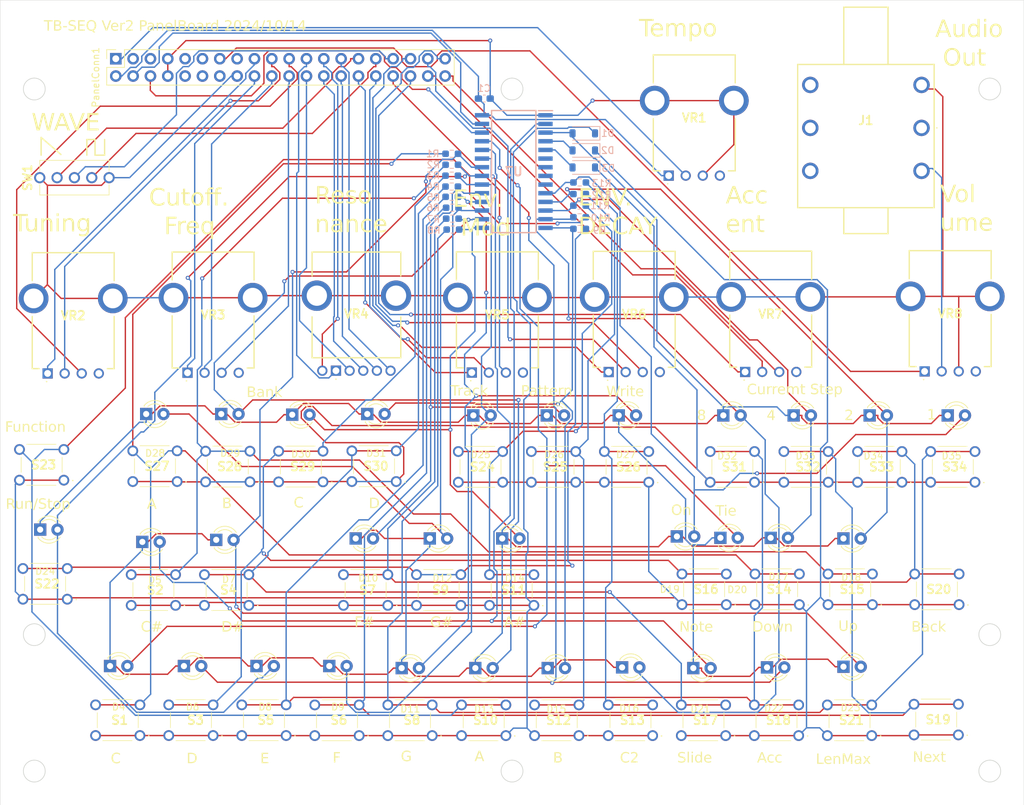
<source format=kicad_pcb>
(kicad_pcb (version 20240108) (generator "pcbnew") (generator_version "8.0")
  (layers (0 "F.Cu" signal) (31 "B.Cu" signal) (34 "B.Paste" user) (35 "F.Paste" user) (36 "B.SilkS" user "B.Silkscreen") (37 "F.SilkS" user "F.Silkscreen") (38 "B.Mask" user) (39 "F.Mask" user) (44 "Edge.Cuts" user))
  (net 0 "")
  (net 1 "D+3.3V")
  (net 2 "GNDD")
  (net 3 "COM1")
  (net 4 "COM1{slash}KS0")
  (net 5 "Net-(D2-A)")
  (net 6 "COM2{slash}KS1")
  (net 7 "COM3{slash}KS2")
  (net 8 "Net-(D3-A)")
  (net 9 "Row0")
  (net 10 "COM0")
  (net 11 "Row1")
  (net 12 "Row2")
  (net 13 "Row3")
  (net 14 "Row4")
  (net 15 "Row5")
  (net 16 "Row6")
  (net 17 "Row7")
  (net 18 "Row8")
  (net 19 "Row9")
  (net 20 "Row10")
  (net 21 "Row11")
  (net 22 "Row12")
  (net 23 "Row13")
  (net 24 "Row14")
  (net 25 "Row15")
  (net 27 "GNDA")
  (net 30 "Net-(VR8-WIPER)")
  (net 32 "A_VR5_CW")
  (net 33 "A_VR5_WIPER")
  (net 34 "A+LineOut")
  (net 35 "A_VR4_2_WIPER")
  (net 36 "A+TEMPO")
  (net 37 "D_I2C_SCL")
  (net 38 "A+VCO_SQU")
  (net 39 "A_VR4_2_CW")
  (net 40 "A+12V")
  (net 41 "A_VR6_WIPER_CW")
  (net 42 "A_VR7_CW")
  (net 43 "A_VR2_CW")
  (net 44 "A+5.333V")
  (net 45 "A_VR4_1_CW")
  (net 46 "A_VR6_CW")
  (net 47 "A_VR7_CCW")
  (net 48 "A_VR3_CW")
  (net 49 "A+VCO_WAVE")
  (net 50 "A_VR4_1_CCW")
  (net 51 "A_VR3_WIPER")
  (net 52 "A_VR2_WIPER")
  (net 53 "A_VR5_CCW")
  (net 54 "A_VR4_2_CCW")
  (net 55 "A+VCO_SAW")
  (net 56 "D+5V")
  (net 57 "A_VR6_CCW")
  (net 58 "A_VR4_1_WIPER")
  (net 59 "A_VR7_WIPER")
  (net 60 "A_VR3_CCW")
  (net 61 "A_VR2_CCW")
  (net 62 "D_I2C_SDA")
  (net 63 "RowK3")
  (net 64 "RowK4")
  (net 65 "RowK5")
  (net 66 "RowK6")
  (net 67 "RowK7")
  (net 68 "RowK8")
  (net 69 "RowK9")
  (net 70 "RowK10")
  (net 71 "RowK11")
  (net 72 "RowK12")
  (net 73 "RowK13")
  (net 74 "RowK14")
  (net 75 "RowK15")
  (footprint "SamacSys_Parts:PTV1113420AA103" (layer "F.Cu") (at 89.1 74.575)
    (property "Reference" "VR5")
    (property "Value" "Env.Mod 50K(A)" (hide yes))
  )
  (footprint "SamacSys_Parts:B3F1060" (layer "F.Cu") (at 160.256 88.4)
    (property "Reference" "S34")
    (property "Value" "B3F-1000S" (hide yes))
  )
  (footprint "SamacSys_Parts:B3F1060" (layer "F.Cu") (at 91.525 125.55)
    (property "Reference" "S10")
    (property "Value" "B3F-1000S" (hide yes))
  )
  (footprint "SamacSys_Parts:PTV1113420AA103" (layer "F.Cu") (at 26.95 74.7)
    (property "Reference" "VR2")
    (property "Value" "Tuning 50K(B)" (hide yes))
  )
  (footprint "SamacSys_Parts:B3F1060" (layer "F.Cu") (at 101.756 88.4)
    (property "Reference" "S25")
    (property "Value" "B3F-1000S" (hide yes))
  )
  (footprint "LED_THT:LED_D3.0mm" (layer "F.Cu") (at 100.096 80.85)
    (property "Reference" "D26")
    (property "Value" "LED")
  )
  (footprint "LED_THT:LED_D3.0mm" (layer "F.Cu") (at 72.091 98.9)
    (property "Reference" "D10")
    (property "Value" "LED")
  )
  (footprint "LED_THT:LED_D3.0mm" (layer "F.Cu") (at 40.831 99.4)
    (property "Reference" "D5")
    (property "Value" "LED")
  )
  (footprint "SamacSys_Parts:B3F1060" (layer "F.Cu") (at 127.956 88.4)
    (property "Reference" "S31")
    (property "Value" "B3F-1000S" (hide yes))
  )
  (footprint "SamacSys_Parts:B3F1060" (layer "F.Cu") (at 95.625 106.45)
    (property "Reference" "S11")
    (property "Value" "B3F-1000S" (hide yes))
  )
  (footprint "SamacSys_Parts:B3F1060" (layer "F.Cu") (at 26.756 88.1)
    (property "Reference" "S23")
    (property "Value" "B3F-1000S" (hide yes))
  )
  (footprint "SamacSys_Parts:B3F1060" (layer "F.Cu") (at 123.725 125.55)
    (property "Reference" "S17")
    (property "Value" "B3F-1000S" (hide yes))
  )
  (footprint "LED_THT:LED_D3.0mm" (layer "F.Cu") (at 46.925 117.6)
    (property "Reference" "D6")
    (property "Value" "LED")
  )
  (footprint "LED_THT:LED_D3.0mm" (layer "F.Cu") (at 52.391 80.65)
    (property "Reference" "D29")
    (property "Value" "LED")
  )
  (footprint "LED_THT:LED_D3.0mm" (layer "F.Cu") (at 36.1 117.6)
    (property "Reference" "D4")
    (property "Value" "LED")
  )
  (footprint "SamacSys_Parts:MJ462" (layer "F.Cu") (at 155 38.7 180)
    (property "Reference" "J1")
    (property "Value" "MJ-462" (hide yes))
  )
  (footprint "SamacSys_Parts:B3F1060" (layer "F.Cu") (at 149.556 88.4)
    (property "Reference" "S33")
    (property "Value" "B3F-1000S" (hide yes))
  )
  (footprint "SamacSys_Parts:B3F1060" (layer "F.Cu") (at 138.756 88.4)
    (property "Reference" "S32")
    (property "Value" "B3F-1000S" (hide yes))
  )
  (footprint "LED_THT:LED_D3.0mm" (layer "F.Cu") (at 132.36 117.8)
    (property "Reference" "D22")
    (property "Value" "LED")
  )
  (footprint "SamacSys_Parts:B3F1060" (layer "F.Cu") (at 54.025 88.35)
    (property "Reference" "S28")
    (property "Value" "B3F-1000S" (hide yes))
  )
  (footprint "SamacSys_Parts:B3F1060" (layer "F.Cu") (at 84.925 106.45)
    (property "Reference" "S9")
    (property "Value" "B3F-1000S" (hide yes))
  )
  (footprint "SamacSys_Parts:PTV1113420AA103" (layer "F.Cu") (at 155.45 74.4)
    (property "Reference" "VR8")
    (property "Value" "Volume 10K(A)" (hide yes))
  )
  (footprint "LED_THT:LED_D3.0mm" (layer "F.Cu") (at 143.56 117.7)
    (property "Reference" "D23")
    (property "Value" "LED")
  )
  (footprint "LED_THT:LED_D3.0mm" (layer "F.Cu") (at 82.956 98.9)
    (property "Reference" "D12")
    (property "Value" "LED")
  )
  (footprint "SamacSys_Parts:B3F1060" (layer "F.Cu") (at 43.125 106.45)
    (property "Reference" "S2")
    (property "Value" "B3F-1000S" (hide yes))
  )
  (footprint "LED_THT:LED_D3.0mm" (layer "F.Cu") (at 78.825 117.9)
    (property "Reference" "D11")
    (property "Value" "LED")
  )
  (footprint "SamacSys_Parts:PTV1113420AA103" (layer "F.Cu") (at 117.95 45.7)
    (property "Reference" "VR1")
    (property "Value" "10K(B)" (hide yes))
  )
  (footprint "LED_THT:LED_D3.0mm" (layer "F.Cu") (at 147.391 80.85)
    (property "Reference" "D34")
    (property "Value" "LED")
  )
  (footprint "LED_THT:LED_D3.0mm" (layer "F.Cu") (at 158.831 80.85)
    (property "Reference" "D35")
    (property "Value" "LED")
  )
  (footprint "LED_THT:LED_D3.0mm" (layer "F.Cu") (at 89.331 80.85)
    (property "Reference" "D25")
    (property "Value" "LED")
  )
  (footprint "LED_THT:LED_D3.0mm" (layer "F.Cu") (at 41.391 80.65)
    (property "Reference" "D28")
    (property "Value" "LED")
  )
  (footprint "LED_THT:LED_D3.0mm" (layer "F.Cu") (at 100.225 117.9)
    (property "Reference" "D15")
    (property "Value" "LED")
  )
  (footprint "SamacSys_Parts:B3F1060" (layer "F.Cu") (at 27.26 105.55)
    (property "Reference" "S22")
    (property "Value" "B3F-1000S" (hide yes))
  )
  (footprint "SamacSys_Parts:B3F1060" (layer "F.Cu") (at 157.825 125.45)
    (property "Reference" "S19")
    (property "Value" "B3F-1000S" (hide yes))
  )
  (footprint "SamacSys_Parts:B3F1060" (layer "F.Cu") (at 145.125 125.55)
    (property "Reference" "S21")
    (property "Value" "B3F-1000S" (hide yes))
  )
  (footprint "SamacSys_Parts:B3F1060" (layer "F.Cu") (at 59.325 125.54)
    (property "Reference" "S5")
    (property "Value" "B3F-1000S" (hide yes))
  )
  (footprint "LED_THT:LED_D3.0mm" (layer "F.Cu") (at 110.631 80.85)
    (property "Reference" "D27")
    (property "Value" "LED")
  )
  (footprint "SamacSys_Parts:B3F1060" (layer "F.Cu") (at 123.825 106.35)
    (property "Reference" "S16")
    (property "Value" "B3F-1000S" (hide yes))
  )
  (footprint "SamacSys_Parts:B3F1060" (layer "F.Cu") (at 43.356 88.3)
    (property "Reference" "S27")
    (property "Value" "B3F-1000S" (hide yes))
  )
  (footprint "LED_THT:LED_D3.0mm" (layer "F.Cu") (at 73.791 80.65)
    (property "Reference" "D31")
    (property "Value" "LED")
  )
  (footprint "LED_THT:LED_D3.0mm" (layer "F.Cu") (at 119.156 98.6)
    (property "Reference" "D19")
    (property "Value" "LED")
  )
  (footprint "SamacSys_Parts:2MS1T1B4VS2QES" (layer "F.Cu") (at 28.34 46 90)
    (property "Reference" "SW1")
    (property "Value" "WAVE SELECT" (hide yes))
  )
  (footprint "LED_THT:LED_D3.0mm" (layer "F.Cu") (at 57.56 117.6)
    (property "Reference" "D8")
    (property "Value" "LED")
  )
  (footprint "LED_THT:LED_D3.0mm" (layer "F.Cu") (at 132.891 98.8)
    (property "Reference" "D17")
    (property "Value" "LED")
  )
  (footprint "SamacSys_Parts:PTV1113420AA103" (layer "F.Cu") (at 129.15 74.475)
    (property "Reference" "VR7")
    (property "Value" "Accent 50K(B)" (hide yes))
  )
  (footprint "SamacSys_Parts:PTV1113420AA103" (layer "F.Cu") (at 47.45 74.6)
    (property "Reference" "VR3")
    (property "Value" "Cutoff.Freq 50K(A)" (hide yes))
  )
  (footprint "SamacSys_Parts:B3F1060" (layer "F.Cu") (at 53.856 106.45)
    (property "Reference" "S4")
    (property "Value" "B3F-1000S" (hide yes))
  )
  (footprint "SamacSys_Parts:B3F1060" (layer "F.Cu") (at 80.725 125.55)
    (property "Reference" "S8")
    (property "Value" "B3F-1000S" (hide yes))
  )
  (footprint "SamacSys_Parts:B3F1060" (layer "F.Cu") (at 64.725 88.35)
    (property "Reference" "S29")
    (property "Value" "B3F-1000S" (hide yes))
  )
  (footprint "LED_THT:LED_D3.0mm" (layer "F.Cu") (at 121.56 117.9)
    (property "Reference" "D21")
    (property "Value" "LED")
  )
  (footprint "SamacSys_Parts:PTV1113420AA103" (layer "F.Cu") (at 109.15 74.5)
    (property "Reference" "VR6")
    (property "Value" "EnvDecay 1M(A)" (hide yes))
  )
  (footprint "LED_THT:LED_D3.0mm" (layer "F.Cu") (at 25.86 97.6)
    (property "Reference" "D24")
    (property "Value" "LED")
  )
  (footprint "SamacSys_Parts:B3F1060" (layer "F.Cu") (at 75.456 88.3)
    (property "Reference" "S30")
    (property "Value" "B3F-1000S" (hide yes))
  )
  (footprint "LED_THT:LED_D3.0mm" (layer "F.Cu") (at 143.556 98.9)
    (property "Reference" "D18")
    (property "Value" "LED")
  )
  (footprint "LED_THT:LED_D3.0mm" (layer "F.Cu") (at 125.956 80.85)
    (property "Reference" "D32")
    (property "Value" "LED")
  )
  (footprint "LED_THT:LED_D3.0mm" (layer "F.Cu") (at 125.531 98.8)
    (property "Reference" "D20")
    (property "Value" "LED")
  )
  (footprint "SamacSys_Parts:B3F1060" (layer "F.Cu") (at 91.056 88.4)
    (property "Reference" "S24")
    (property "Value" "B3F-1000S" (hide yes))
  )
  (footprint "SamacSys_Parts:B3F1060" (layer "F.Cu") (at 74.225 106.45)
    (property "Reference" "S7")
    (property "Value" "B3F-1000S" (hide yes))
  )
  (footprint "LED_THT:LED_D3.0mm" (layer "F.Cu") (at 89.625 117.9)
    (property "Reference" "D13")
    (property "Value" "LED")
  )
  (footprint "LED_THT:LED_D3.0mm" (layer "F.Cu") (at 136.256 80.85)
    (property "Reference" "D33")
    (property "Value" "LED")
  )
  (footprint "LED_THT:LED_D3.0mm" (layer "F.Cu") (at 62.791 80.75)
    (property "Reference" "D30")
    (property "Value" "LED")
  )
  (footprint "SamacSys_Parts:B3F1060" (layer "F.Cu") (at 70.025 125.55)
    (property "Reference" "S6")
    (property "Value" "B3F-1000S" (hide yes))
  )
  (footprint "SamacSys_Parts:B3F1060" (layer "F.Cu") (at 37.905 125.54)
    (property "Reference" "S1")
    (property "Value" "B3F-1000S" (hide yes))
  )
  (footprint "SamacSys_Parts:PTV1124420AA504" (layer "F.Cu") (at 69.2 74.3)
    (property "Reference" "VR4")
    (property "Value" "Resonance 50K(B)2連" (hide yes))
  )
  (footprint "SamacSys_Parts:B3F1060" (layer "F.Cu") (at 113.025 125.55)
    (property "Reference" "S13")
    (property "Value" "B3F-1000S" (hide yes))
  )
  (footprint "SamacSys_Parts:B3F1060" (layer "F.Cu") (at 134.425 125.55)
    (property "Reference" "S18")
    (property "Value" "B3F-1000S" (hide yes))
  )
  (footprint "LED_THT:LED_D3.0mm" (layer "F.Cu") (at 111.125 117.8)
    (property "Reference" "D16")
    (property "Value" "LED")
  )
  (footprint "SamacSys_Parts:B3F1060" (layer "F.Cu") (at 134.525 106.35)
    (property "Reference" "S14")
    (property "Value" "B3F-1000S" (hide yes))
  )
  (footprint "LED_THT:LED_D3.0mm" (layer "F.Cu") (at 68.225 117.6)
    (property "Reference" "D9")
    (property "Value" "LED")
  )
  (footprint "SamacSys_Parts:B3F1060" (layer "F.Cu") (at 112.456 88.4)
    (property "Reference" "S26")
    (property "Value" "B3F-1000S" (hide yes))
  )
  (footprint "SamacSys_Parts:B3F1060" (layer "F.Cu") (at 48.625 125.54)
    (property "Reference" "S3")
    (property "Value" "B3F-1000S" (hide yes))
  )
  (footprint "SamacSys_Parts:B3F1060" (layer "F.Cu") (at 157.925 106.35)
    (property "Reference" "S20")
    (property "Value" "B3F-1000S" (hide yes))
  )
  (footprint "SamacSys_Parts:B3F1060" (layer "F.Cu") (at 145.225 106.35)
    (property "Reference" "S15")
    (property "Value" "B3F-1000S" (hide yes))
  )
  (footprint "LED_THT:LED_D3.0mm" (layer "F.Cu") (at 51.656 99.1)
    (property "Reference" "D7")
    (property "Value" "LED")
  )
  (footprint "Connector_PinSocket_2.54mm:PinSocket_2x20_P2.54mm_Vertical" (layer "F.Cu") (at 36.94 28.56 90)
    (property "Reference" "PanelConn1")
    (property "Value" "Conn_02x20_Odd_Even")
  )
  (footprint "LED_THT:LED_D3.0mm" (layer "F.Cu") (at 93.556 98.9)
    (property "Reference" "D14")
    (property "Value" "LED")
  )
  (footprint "SamacSys_Parts:B3F1060" (layer "F.Cu") (at 102.225 125.55)
    (property "Reference" "S12")
    (property "Value" "B3F-1000S" (hide yes))
  )
  (footprint "Resistor_SMD:R_0603_1608Metric_Pad0.98x0.95mm_HandSolder" (layer "B.Cu") (at 104.9 48.4)
    (property "Reference" "R12")
    (property "Value" "39k")
  )
  (footprint "Resistor_SMD:R_0603_1608Metric_Pad0.98x0.95mm_HandSolder" (layer "B.Cu") (at 86.1625 47.305 180)
    (property "Reference" "R4")
    (property "Value" "39k")
  )
  (footprint "Resistor_SMD:R_0603_1608Metric_Pad0.98x0.95mm_HandSolder" (layer "B.Cu") (at 104.9 50.1)
    (property "Reference" "R11")
    (property "Value" "39k")
  )
  (footprint "Resistor_SMD:R_0603_1608Metric_Pad0.98x0.95mm_HandSolder" (layer "B.Cu") (at 86.3375 53.605 180)
    (property "Reference" "R8")
    (property "Value" "39k")
  )
  (footprint "Diode_SMD:D_SOD-123" (layer "B.Cu") (at 105.5125 44.5 180)
    (property "Reference" "D3")
    (property "Value" "1N4148W")
  )
  (footprint "Resistor_SMD:R_0603_1608Metric_Pad0.98x0.95mm_HandSolder" (layer "B.Cu") (at 86.25 50.405 180)
    (property "Reference" "R6")
    (property "Value" "39k")
  )
  (footprint "SamacSys_Parts:SOIC127P1031X264-28N" (layer "B.Cu") (at 95.25 45.105 180)
    (property "Reference" "U7")
    (property "Value" "HT16K33_28SOP-A_" (hide yes))
  )
  (footprint "Resistor_SMD:R_0603_1608Metric_Pad0.98x0.95mm_HandSolder" (layer "B.Cu") (at 86.1625 45.705 180)
    (property "Reference" "R3")
    (property "Value" "39k")
  )
  (footprint "Capacitor_SMD:C_0603_1608Metric_Pad1.08x0.95mm_HandSolder" (layer "B.Cu") (at 90.9375 34.4)
    (property "Reference" "C1")
    (property "Value" "0.1uF")
  )
  (footprint "Resistor_SMD:R_0603_1608Metric_Pad0.98x0.95mm_HandSolder" (layer "B.Cu") (at 86.175 42.495 180)
    (property "Reference" "R1")
    (property "Value" "39k")
  )
  (footprint "Resistor_SMD:R_0603_1608Metric_Pad0.98x0.95mm_HandSolder" (layer "B.Cu") (at 104.9 53.5)
    (property "Reference" "R9")
    (property "Value" "39k")
  )
  (footprint "Resistor_SMD:R_0603_1608Metric_Pad0.98x0.95mm_HandSolder" (layer "B.Cu") (at 86.175 44.105 180)
    (property "Reference" "R2")
    (property "Value" "39k")
  )
  (footprint "Diode_SMD:D_SOD-123" (layer "B.Cu") (at 105.5125 42 180)
    (property "Reference" "D2")
    (property "Value" "1N4148W")
  )
  (footprint "Resistor_SMD:R_0603_1608Metric_Pad0.98x0.95mm_HandSolder" (layer "B.Cu") (at 86.175 48.805 180)
    (property "Reference" "R5")
    (property "Value" "39k")
  )
  (footprint "Diode_SMD:D_SOD-123" (layer "B.Cu") (at 105.5125 39.5 180)
    (property "Reference" "D1")
    (property "Value" "1N4148W")
  )
  (footprint "Resistor_SMD:R_0603_1608Metric_Pad0.98x0.95mm_HandSolder" (layer "B.Cu") (at 104.9 51.8)
    (property "Reference" "R10")
    (property "Value" "39k")
  )
  (footprint "Resistor_SMD:R_0603_1608Metric_Pad0.98x0.95mm_HandSolder" (layer "B.Cu") (at 104.9125 46.7)
    (property "Reference" "R13")
    (property "Value" "39k")
  )
  (footprint "Resistor_SMD:R_0603_1608Metric_Pad0.98x0.95mm_HandSolder" (layer "B.Cu") (at 86.2625 52.005 180)
    (property "Reference" "R7")
    (property "Value" "39k")
  )
  (gr_line (start 33.9 42.7) (end 35.3 42.7) (stroke (width 0.2)) (layer "F.SilkS"))
  (gr_line (start 26 42.7) (end 26 40.1) (stroke (width 0.2)) (layer "F.SilkS"))
  (gr_line (start 35.3 42.7) (end 35.3 40.4) (stroke (width 0.2)) (layer "F.SilkS"))
  (gr_line (start 32.7 40.4) (end 33.9 40.4) (stroke (width 0.2)) (layer "F.SilkS"))
  (gr_line (start 32.7 42.7) (end 32.7 40.4) (stroke (width 0.2)) (layer "F.SilkS"))
  (gr_line (start 26 40.1) (end 28.9 42.6) (stroke (width 0.2)) (layer "F.SilkS"))
  (gr_line (start 33.9 40.4) (end 33.9 42.7) (stroke (width 0.2)) (layer "F.SilkS"))
  (gr_circle (center 165 113) (end 166.6 113) (stroke (width 0.1)) (fill none) (layer "Edge.Cuts"))
  (gr_circle (center 25 113) (end 26.6 113) (stroke (width 0.1)) (fill none) (layer "Edge.Cuts"))
  (gr_circle (center 25 133) (end 26.6 133) (stroke (width 0.1)) (fill none) (layer "Edge.Cuts"))
  (gr_circle (center 165 33) (end 166.6 33) (stroke (width 0.1)) (fill none) (layer "Edge.Cuts"))
  (gr_circle (center 165 133) (end 166.6 133) (stroke (width 0.1)) (fill none) (layer "Edge.Cuts"))
  (gr_circle (center 95 33) (end 96.6 33) (stroke (width 0.1)) (fill none) (layer "Edge.Cuts"))
  (gr_circle (center 95 133) (end 96.6 133) (stroke (width 0.1)) (fill none) (layer "Edge.Cuts"))
  (gr_circle (center 25 33) (end 26.6 33) (stroke (width 0.1)) (fill none) (layer "Edge.Cuts"))
  (gr_rect (start 20 20) (end 170 138) (stroke (width 0.05)) (fill none) (layer "Edge.Cuts"))
  (gr_text "Run/Stop" (at 20.8 94.8 0) (layer "F.SilkS") (effects (font (size 1.5 1.5) (thickness 0.125)) (justify left bottom)))
  (gr_text "Cutoff.\n  Freq" (at 41.8 54.7 0) (layer "F.SilkS") (effects (font (size 2.5 2.5) (thickness 0.125)) (justify left bottom)))
  (gr_text "Acc" (at 130.9 132 0) (layer "F.SilkS") (effects (font (size 1.5 1.5) (thickness 0.125)) (justify left bottom)))
  (gr_text "C" (at 63 94.6 0) (layer "F.SilkS") (effects (font (size 1.5 1.5) (thickness 0.125)) (justify left bottom)))
  (gr_text "F#" (at 71.9 112.1 0) (layer "F.SilkS") (effects (font (size 1.5 1.5) (thickness 0.125)) (justify left bottom)))
  (gr_text "ENV.\nDECAY" (at 104.7 54.7 0) (layer "F.SilkS") (effects (font (size 2.5 2.5) (thickness 0.125)) (justify left bottom)))
  (gr_text "TB-SEQ Ver2 PanelBoard 2024/10/14" (at 26.4 24.7 0) (layer "F.SilkS") (effects (font (size 1.5 1.5) (thickness 0.125)) (justify left bottom)))
  (gr_text "Function" (at 20.7 83.5 0) (layer "F.SilkS") (effects (font (size 1.5 1.5) (thickness 0.125)) (justify left bottom)))
  (gr_text "Tuning" (at 21.9 54.3 0) (layer "F.SilkS") (effects (font (size 2.5 2.5) (thickness 0.125)) (justify left bottom)))
  (gr_text "Track" (at 86 78.2 0) (layer "F.SilkS") (effects (font (size 1.5 1.5) (thickness 0.125)) (justify left bottom)))
  (gr_text "Note" (at 119.5 112.8 0) (layer "F.SilkS") (effects (font (size 1.5 1.5) (thickness 0.125)) (justify left bottom)))
  (gr_text "F" (at 68.7 132 0) (layer "F.SilkS") (effects (font (size 1.5 1.5) (thickness 0.125)) (justify left bottom)))
  (gr_text "B" (at 101 132 0) (layer "F.SilkS") (effects (font (size 1.5 1.5) (thickness 0.125)) (justify left bottom)))
  (gr_text "Curremt Step" (at 129.4 78 0) (layer "F.SilkS") (effects (font (size 1.5 1.5) (thickness 0.125)) (justify left bottom)))
  (gr_text "Next" (at 153.7 131.9 0) (layer "F.SilkS") (effects (font (size 1.5 1.5) (thickness 0.125)) (justify left bottom)))
  (gr_text "G#" (at 83 112.1 0) (layer "F.SilkS") (effects (font (size 1.5 1.5) (thickness 0.125)) (justify left bottom)))
  (gr_text "Write" (at 108.8 78.3 0) (layer "F.SilkS") (effects (font (size 1.5 1.5) (thickness 0.125)) (justify left bottom)))
  (gr_text "C#" (at 40.6 112.8 0) (layer "F.SilkS") (effects (font (size 1.5 1.5) (thickness 0.125)) (justify left bottom)))
  (gr_text "Slide" (at 119.2 132 0) (layer "F.SilkS") (effects (font (size 1.5 1.5) (thickness 0.125)) (justify left bottom)))
  (gr_text "C2" (at 110.8 132 0) (layer "F.SilkS") (effects (font (size 1.5 1.5) (thickness 0.125)) (justify left bottom)))
  (gr_text "E" (at 58.1 132.1 0) (layer "F.SilkS") (effects (font (size 1.5 1.5) (thickness 0.125)) (justify left bottom)))
  (gr_text "Acc\nent" (at 126.3 54.4 0) (layer "F.SilkS") (effects (font (size 2.5 2.5) (thickness 0.125)) (justify left bottom)))
  (gr_text "Bank" (at 56.091 78.4 0) (layer "F.SilkS") (effects (font (size 1.5 1.5) (thickness 0.125)) (justify left bottom)))
  (gr_text "B" (at 52.5 94.7 0) (layer "F.SilkS") (effects (font (size 1.5 1.5) (thickness 0.125)) (justify left bottom)))
  (gr_text "Audio\n Out" (at 157 30 0) (layer "F.SilkS") (effects (font (size 2.5 2.5) (thickness 0.125)) (justify left bottom)))
  (gr_text "A" (at 89.5 131.8 0) (layer "F.SilkS") (effects (font (size 1.5 1.5) (thickness 0.125)) (justify left bottom)))
  (gr_text "WAVE" (at 24.6 39.5 0) (layer "F.SilkS") (effects (font (size 2.5 2.5) (thickness 0.125)) (justify left bottom)))
  (gr_text "Env.\n Mod" (at 86.3375 54.9 0) (layer "F.SilkS") (effects (font (size 2.5 2.5) (thickness 0.125)) (justify left bottom)))
  (gr_text "C" (at 36.2 132.1 0) (layer "F.SilkS") (effects (font (size 1.5 1.5) (thickness 0.125)) (justify left bottom)))
  (gr_text "D" (at 47.3 132.1 0) (layer "F.SilkS") (effects (font (size 1.5 1.5) (thickness 0.125)) (justify left bottom)))
  (gr_text "D" (at 74 94.7 0) (layer "F.SilkS") (effects (font (size 1.5 1.5) (thickness 0.125)) (justify left bottom)))
  (gr_text "LenMax" (at 139.5 132.2 0) (layer "F.SilkS") (effects (font (size 1.5 1.5) (thickness 0.125)) (justify left bottom)))
  (gr_text "Pattern" (at 96.3 78.2 0) (layer "F.SilkS") (effects (font (size 1.5 1.5) (thickness 0.125)) (justify left bottom)))
  (gr_text "1" (at 155.8 81.7 0) (layer "F.SilkS") (effects (font (size 1.5 1.5) (thickness 0.125)) (justify left bottom)))
  (gr_text "A" (at 41.5 94.8 0) (layer "F.SilkS") (effects (font (size 1.5 1.5) (thickness 0.125)) (justify left bottom)))
  (gr_text "A#" (at 93.8 112.1 0) (layer "F.SilkS") (effects (font (size 1.5 1.5) (thickness 0.125)) (justify left bottom)))
  (gr_text "4" (at 132.3 81.8 0) (layer "F.SilkS") (effects (font (size 1.5 1.5) (thickness 0.125)) (justify left bottom)))
  (gr_text "8" (at 122.1 81.8 0) (layer "F.SilkS") (effects (font (size 1.5 1.5) (thickness 0.125)) (justify left bottom)))
  (gr_text "Tempo" (at 113.6 25.7 0) (layer "F.SilkS") (effects (font (size 2.5 2.5) (thickness 0.125)) (justify left bottom)))
  (gr_text "D#" (at 52.4 112.8 0) (layer "F.SilkS") (effects (font (size 1.5 1.5) (thickness 0.125)) (justify left bottom)))
  (gr_text "Down" (at 130.2 112.8 0) (layer "F.SilkS") (effects (font (size 1.5 1.5) (thickness 0.125)) (justify left bottom)))
  (gr_text "Up" (at 142.8 112.7 0) (layer "F.SilkS") (effects (font (size 1.5 1.5) (thickness 0.125)) (justify left bottom)))
  (gr_text "Tie" (at 124.8 95.8 0) (layer "F.SilkS") (effects (font (size 1.5 1.5) (thickness 0.125)) (justify left bottom)))
  (gr_text "On" (at 118.3 95.7 0) (layer "F.SilkS") (effects (font (size 1.5 1.5) (thickness 0.125)) (justify left bottom)))
  (gr_text "Back" (at 153.5 112.8 0) (layer "F.SilkS") (effects (font (size 1.5 1.5) (thickness 0.125)) (justify left bottom)))
  (gr_text "Vol\nume" (at 157.7 54.2 0) (layer "F.SilkS") (effects (font (size 2.5 2.5) (thickness 0.125)) (justify left bottom)))
  (gr_text "2" (at 143.7 81.8 0) (layer "F.SilkS") (effects (font (size 1.5 1.5) (thickness 0.125)) (justify left bottom)))
  (gr_text "Reso\nnance" (at 66.1 54.4 0) (layer "F.SilkS") (effects (font (size 2.5 2.5) (thickness 0.125)) (justify left bottom)))
  (gr_text "G" (at 78.7 131.8 0) (layer "F.SilkS") (effects (font (size 1.5 1.5) (thickness 0.125)) (justify left bottom)))
  (segment (start 90.075 34.4) (end 90.075 31.1578) (width 0.2) (layer "B.Cu") (net 1))
  (segment (start 90.905 36.85) (end 91.9517 36.85) (width 0.2) (layer "B.Cu") (net 1))
  (segment (start 117.95 45.7) (end 116.8983 45.7) (width 0.2) (layer "B.Cu") (net 1))
  (segment (start 83.3172 24.4) (end 44.5339 24.4) (width 0.2) (layer "B.Cu") (net 1))
  (segment (start 90.075 31.1578) (end 83.3172 24.4) (width 0.2) (layer "B.Cu") (net 1))
  (segment (start 108.675 37.4767) (end 116.8983 45.7) (width 0.2) (layer "B.Cu") (net 1))
  (segment (start 40.75 28.9783) (end 39.8983 29.83) (width 0.2) (layer "B.Cu") (net 1))
  (segment (start 44.5339 24.4) (end 40.75 28.1839) (width 0.2) (layer "B.Cu") (net 1))
  (segment (start 39.8983 29.83) (end 39.0932 29.83) (width 0.2) (layer "B.Cu") (net 1))
  (segment (start 90.905 35.23) (end 90.075 34.4) (width 0.2) (layer "B.Cu") (net 1))
  (segment (start 39.0932 29.83) (end 37.8232 31.1) (width 0.2) (layer "B.Cu") (net 1))
  (segment (start 37.8232 31.1) (end 36.94 31.1) (width 0.2) (layer "B.Cu") (net 1))
  (segment (start 90.6 36.85) (end 90.905 36.85) (width 0.2) (layer "B.Cu") (net 1))
  (segment (start 92.5784 37.4767) (end 108.675 37.4767) (width 0.2) (layer "B.Cu") (net 1))
  (segment (start 91.9517 36.85) (end 92.5784 37.4767) (width 0.2) (layer "B.Cu") (net 1))
  (segment (start 40.75 28.1839) (end 40.75 28.9783) (width 0.2) (layer "B.Cu") (net 1))
  (segment (start 90.905 36.85) (end 90.905 35.23) (width 0.2) (layer "B.Cu") (net 1))
  (segment (start 47.22 25.9) (end 91.8 25.9) (width 0.2) (layer "F.Cu") (net 2))
  (segment (start 115.9 34.7) (end 127.5 34.7) (width 0.2) (layer "F.Cu") (net 2))
  (segment (start 106.8 34.7) (end 115.9 34.7) (width 0.2) (layer "F.Cu") (net 2))
  (segment (start 44.56 28.56) (end 47.22 25.9) (width 0.2) (layer "F.Cu") (net 2))
  (segment (start 127.5 41.15) (end 122.95 45.7) (width 0.2) (layer "F.Cu") (net 2))
  (segment (start 127.5 34.7) (end 127.5 41.15) (width 0.2) (layer "F.Cu") (net 2))
  (segment (start 44.56 31.1) (end 44.56 28.56) (width 0.2) (layer "F.Cu") (net 2))
  (via (at 91.8 25.9) (size 0.6) (drill 0.3) (layers "F.Cu" "B.Cu") (net 2))
  (via (at 106.8 34.7) (size 0.6) (drill 0.3) (layers "F.Cu" "B.Cu") (net 2))
  (segment (start 99.9 36.85) (end 94.25 36.85) (width 0.2) (layer "B.Cu") (net 2))
  (segment (start 91.8 25.9) (end 91.8 34.4) (width 0.2) (layer "B.Cu") (net 2))
  (segment (start 104.65 36.85) (end 106.8 34.7) (width 0.2) (layer "B.Cu") (net 2))
  (segment (start 94.25 36.85) (end 91.8 34.4) (width 0.2) (layer "B.Cu") (net 2))
  (segment (start 99.9 36.85) (end 104.65 36.85) (width 0.2) (layer "B.Cu") (net 2))
  (segment (start 147.391 80.85) (end 146.1893 80.85) (width 0.2) (layer "F.Cu") (net 3))
  (segment (start 112.6588 82.0517) (end 111.4571 80.85) (width 0.2) (layer "F.Cu") (net 3))
  (segment (start 147.391 80.85) (end 148.5927 80.85) (width 0.2) (layer "F.Cu") (net 3))
  (segment (start 100.9221 80.85) (end 100.096 80.85) (width 0.2) (layer "F.Cu") (net 3))
  (segment (start 134.3878 116.5983) (end 133.1861 117.8) (width 0.2) (layer "F.Cu") (net 3))
  (segment (start 61.5893 80.75) (end 60.4876 81.8517) (width 0.2) (layer "F.Cu") (net 3))
  (segment (start 144.9876 82.0517) (end 146.1893 80.85) (width 0.2) (layer "F.Cu") (net 3))
  (segment (start 42.2172 80.65) (end 43.4189 79.4483) (width 0.2) (layer "F.Cu") (net 3))
  (segment (start 123.5927 119.1065) (end 122.7617 118.2755) (width 0.2) (layer "F.Cu") (net 3))
  (segment (start 141.2566 116.5983) (end 134.3878 116.5983) (width 0.2) (layer "F.Cu") (net 3))
  (segment (start 43.4189 79.4483) (end 49.9876 79.4483) (width 0.2) (layer "F.Cu") (net 3))
  (segment (start 109.4293 80.85) (end 108.2276 82.0517) (width 0.2) (layer "F.Cu") (net 3))
  (segment (start 143.56 117.7) (end 142.3583 117.7) (width 0.2) (layer "F.Cu") (net 3))
  (segment (start 122.7617 118.2755) (end 122.7617 117.9) (width 0.2) (layer "F.Cu") (net 3))
  (segment (start 41.391 80.65) (end 42.2172 80.65) (width 0.2) (layer "F.Cu") (net 3))
  (segment (start 108.2276 82.0517) (end 102.1238 82.0517) (width 0.2) (layer "F.Cu") (net 3))
  (segment (start 149.4188 82.0517) (end 148.5927 81.2256) (width 0.2) (layer "F.Cu") (net 3))
  (segment (start 157.6293 80.85) (end 156.4276 82.0517) (width 0.2) (layer "F.Cu") (net 3))
  (segment (start 125.956 80.85) (end 124.7543 80.85) (width 0.2) (layer "F.Cu") (net 3))
  (segment (start 111.4571 80.85) (end 110.631 80.85) (width 0.2) (layer "F.Cu") (net 3))
  (segment (start 89.331 80.85) (end 88.1293 80.85) (width 0.2) (layer "F.Cu") (net 3))
  (segment (start 148.5927 81.2256) (end 148.5927 80.85) (width 0.2) (layer "F.Cu") (net 3))
  (segment (start 97.6926 82.0517) (end 98.8943 80.85) (width 0.2) (layer "F.Cu") (net 3))
  (segment (start 142.3583 117.7) (end 141.2566 116.5983) (width 0.2) (layer "F.Cu") (net 3))
  (segment (start 98.8943 80.85) (end 100.096 80.85) (width 0.2) (layer "F.Cu") (net 3))
  (segment (start 60.4876 81.8517) (end 54.4188 81.8517) (width 0.2) (layer "F.Cu") (net 3))
  (segment (start 133.1861 117.8) (end 132.36 117.8) (width 0.2) (layer "F.Cu") (net 3))
  (segment (start 138.2839 82.0517) (end 144.9876 82.0517) (width 0.2) (layer "F.Cu") (net 3))
  (segment (start 91.3589 82.0517) (end 97.6926 82.0517) (width 0.2) (layer "F.Cu") (net 3))
  (segment (start 64.4305 79.1105) (end 62.791 80.75) (width 0.2) (layer "F.Cu") (net 3))
  (segment (start 156.4276 82.0517) (end 149.4188 82.0517) (width 0.2) (layer "F.Cu") (net 3))
  (segment (start 136.256 80.85) (end 137.4577 80.85) (width 0.2) (layer "F.Cu") (net 3))
  (segment (start 137.4577 81.2255) (end 138.2839 82.0517) (width 0.2) (layer "F.Cu") (net 3))
  (segment (start 53.2171 80.65) (end 52.391 80.65) (width 0.2) (layer "F.Cu") (net 3))
  (segment (start 124.7543 80.85) (end 123.5526 82.0517) (width 0.2) (layer "F.Cu") (net 3))
  (segment (start 62.791 80.75) (end 61.5893 80.75) (width 0.2) (layer "F.Cu") (net 3))
  (segment (start 54.4188 81.8517) (end 53.2171 80.65) (width 0.2) (layer "F.Cu") (net 3))
  (segment (start 121.56 117.9) (end 122.7617 117.9) (width 0.2) (layer "F.Cu") (net 3))
  (segment (start 137.4577 80.85) (end 137.4577 81.2255) (width 0.2) (layer "F.Cu") (net 3))
  (segment (start 74.6171 80.65) (end 73.791 80.65) (width 0.2) (layer "F.Cu") (net 3))
  (segment (start 102.1238 82.0517) (end 100.9221 80.85) (width 0.2) (layer "F.Cu") (net 3))
  (segment (start 110.631 80.85) (end 109.4293 80.85) (width 0.2) (layer "F.Cu") (net 3))
  (segment (start 72.5893 80.65) (end 71.0498 79.1105) (width 0.2) (layer "F.Cu") (net 3))
  (segment (start 90.1572 80.85) (end 91.3589 82.0517) (width 0.2) (layer "F.Cu") (net 3))
  (segment (start 87.1276 81.8517) (end 75.8188 81.8517) (width 0.2) (layer "F.Cu") (net 3))
  (segment (start 49.9876 79.4483) (end 51.1893 80.65) (width 0.2) (layer "F.Cu") (net 3))
  (segment (start 75.8188 81.8517) (end 74.6171 80.65) (width 0.2) (layer "F.Cu") (net 3))
  (segment (start 131.1583 117.8) (end 129.8518 119.1065) (width 0.2) (layer "F.Cu") (net 3))
  (segment (start 158.831 80.85) (end 157.6293 80.85) (width 0.2) (layer "F.Cu") (net 3))
  (segment (start 71.0498 79.1105) (end 64.4305 79.1105) (width 0.2) (layer "F.Cu") (net 3))
  (segment (start 123.5526 82.0517) (end 112.6588 82.0517) (width 0.2) (layer "F.Cu") (net 3))
  (segment (start 89.331 80.85) (end 90.1572 80.85) (width 0.2) (layer "F.Cu") (net 3))
  (segment (start 51.1893 80.65) (end 52.391 80.65) (width 0.2) (layer "F.Cu") (net 3))
  (segment (start 132.36 117.8) (end 131.1583 117.8) (width 0.2) (layer "F.Cu") (net 3))
  (segment (start 73.791 80.65) (end 72.5893 80.65) (width 0.2) (layer "F.Cu") (net 3))
  (segment (start 88.1293 80.85) (end 87.1276 81.8517) (width 0.2) (layer "F.Cu") (net 3))
  (segment (start 129.8518 119.1065) (end 123.5927 119.1065) (width 0.2) (layer "F.Cu") (net 3))
  (segment (start 133.8063 79.602) (end 135.0543 80.85) (width 0.2) (layer "B.Cu") (net 3))
  (segment (start 25.86 96.3983) (end 40.4066 81.8517) (width 0.2) (layer "B.Cu") (net 3))
  (segment (start 103.8625 40.0586) (end 106.9868 43.1829) (width 0.2) (layer "B.Cu") (net 3))
  (segment (start 125.531 98.8) (end 124.3293 98.8) (width 0.2) (layer "B.Cu") (net 3))
  (segment (start 136.256 80.85) (end 135.0543 80.85) (width 0.2) (layer "B.Cu") (net 3))
  (segment (start 121.56 99.837) (end 123.2923 99.837) (width 0.2) (layer "B.Cu") (net 3))
  (segment (start 103.7525 39.39) (end 103.8625 39.5) (width 0.2) (layer "B.Cu") (net 3))
  (segment (start 110.631 80.85) (end 110.631 83.3123) (width 0.2) (layer "B.Cu") (net 3))
  (segment (start 123.2923 99.837) (end 124.3293 98.8) (width 0.2) (layer "B.Cu") (net 3))
  (segment (start 25.86 97.6) (end 25.86 96.3983) (width 0.2) (layer "B.Cu") (net 3))
  (segment (start 99.9 39.39) (end 103.7525 39.39) (width 0.2) (layer "B.Cu") (net 3))
  (segment (start 121.2038 99.837) (end 121.56 99.837) (width 0.2) (layer "B.Cu") (net 3))
  (segment (start 125.956 79.602) (end 133.8063 79.602) (width 0.2) (layer "B.Cu") (net 3))
  (segment (start 106.9868 43.1829) (end 107.1973 43.1829) (width 0.2) (layer "B.Cu") (net 3))
  (segment (start 110.631 83.3123) (end 120.4259 93.1072) (width 0.2) (layer "B.Cu") (net 3))
  (segment (start 116.2233 52.2089) (end 116.2233 69.8693) (width 0.2) (layer "B.Cu") (net 3))
  (segment (start 103.8625 39.5) (end 103.8625 40.0586) (width 0.2) (layer "B.Cu") (net 3))
  (segment (start 116.2233 69.8693) (end 125.956 79.602) (width 0.2) (layer "B.Cu") (net 3))
  (segment (start 120.4259 93.1072) (end 120.4259 99.0591) (width 0.2) (layer "B.Cu") (net 3))
  (segment (start 41.391 80.65) (end 41.391 81.8517) (width 0.2) (layer "B.Cu") (net 3))
  (segment (start 125.956 79.602) (end 125.956 80.85) (width 0.2) (layer "B.Cu") (net 3))
  (segment (start 40.4066 81.8517) (end 41.391 81.8517) (width 0.2) (layer "B.Cu") (net 3))
  (segment (start 121.56 99.837) (end 121.56 116.6983) (width 0.2) (layer "B.Cu") (net 3))
  (segment (start 107.1973 43.1829) (end 116.2233 52.2089) (width 0.2) (layer "B.Cu") (net 3))
  (segment (start 121.56 117.9) (end 121.56 116.6983) (width 0.2) (layer "B.Cu") (net 3))
  (segment (start 120.4259 99.0591) (end 121.2038 99.837) (width 0.2) (layer "B.Cu") (net 3))
  (segment (start 56.0116 108.2806) (end 50.3504 108.2806) (width 0.2) (layer "F.Cu") (net 4))
  (segment (start 87.5 108.7) (end 91.7 108.7) (width 0.2) (layer "F.Cu") (net 4))
  (segment (start 33.98 127.79) (end 40.48 127.79) (width 0.2) (layer "F.Cu") (net 4))
  (segment (start 61.9 127.79) (end 55.4 127.79) (width 0.2) (layer "F.Cu") (net 4))
  (segment (start 81 108.7) (end 76.8 108.7) (width 0.2) (layer "F.Cu") (net 4))
  (segment (start 49.931 108.7) (end 45.7 108.7) (width 0.2) (layer "F.Cu") (net 4))
  (segment (start 87.5 108.7) (end 81 108.7) (width 0.2) (layer "F.Cu") (net 4))
  (segment (start 56.431 108.7) (end 56.0116 108.2806) (width 0.2) (layer "F.Cu") (net 4))
  (segment (start 61.91 127.8) (end 61.9 127.79) (width 0.2) (layer "F.Cu") (net 4))
  (segment (start 91.7 108.7) (end 98.2 108.7) (width 0.2) (layer "F.Cu") (net 4))
  (segment (start 104.8 127.8) (end 98.3 127.8) (width 0.2) (layer "F.Cu") (net 4))
  (segment (start 66.1 127.8) (end 61.91 127.8) (width 0.2) (layer "F.Cu") (net 4))
  (segment (start 83.3 127.8) (end 76.8 127.8) (width 0.2) (layer "F.Cu") (net 4))
  (segment (start 76.8 108.7) (end 70.3 108.7) (width 0.2) (layer "F.Cu") (net 4))
  (segment (start 109.1 127.8) (end 104.8 127.8) (width 0.2) (layer "F.Cu") (net 4))
  (segment (start 70.3 108.7) (end 56.431 108.7) (width 0.2) (layer "F.Cu") (net 4))
  (segment (start 115.6 127.8) (end 109.1 127.8) (width 0.2) (layer "F.Cu") (net 4))
  (segment (start 87.6 127.8) (end 83.3 127.8) (width 0.2) (layer "F.Cu") (net 4))
  (segment (start 50.3504 108.2806) (end 49.931 108.7) (width 0.2) (layer "F.Cu") (net 4))
  (segment (start 44.7 127.79) (end 51.2 127.79) (width 0.2) (layer "F.Cu") (net 4))
  (segment (start 72.6 127.8) (end 66.1 127.8) (width 0.2) (layer "F.Cu") (net 4))
  (segment (start 76.8 127.8) (end 72.6 127.8) (width 0.2) (layer "F.Cu") (net 4))
  (segment (start 40.48 127.79) (end 44.7 127.79) (width 0.2) (layer "F.Cu") (net 4))
  (segment (start 87.6 127.8) (end 94.1 127.8) (width 0.2) (layer "F.Cu") (net 4))
  (segment (start 39.2 108.7) (end 45.7 108.7) (width 0.2) (layer "F.Cu") (net 4))
  (segment (start 51.2 127.79) (end 55.4 127.79) (width 0.2) (layer "F.Cu") (net 4))
  (segment (start 97.0556 107.5556) (end 98.2 108.7) (width 0.2) (layer "B.Cu") (net 4))
  (segment (start 97.2011 126.7011) (end 95.1989 126.7011) (width 0.2) (layer "B.Cu") (net 4))
  (segment (start 97.6778 67.4862) (end 97.6778 77.6119) (width 0.2) (layer "B.Cu") (net 4))
  (segment (start 106.259 38.5965) (end 103.3026 38.5965) (width 0.2) (layer "B.Cu") (net 4))
  (segment (start 97.2011 126.7011) (end 98.3 127.8) (width 0.2) (layer "B.Cu") (net 4))
  (segment (start 95.202 63.634) (end 95.7158 64.1478) (width 0.2) (layer "B.Cu") (net 4))
  (segment (start 103.1358 38.7633) (end 98.6962 38.7633) (width 0.2) (layer "B.Cu") (net 4))
  (segment (start 97.0556 101.195) (end 97.0556 107.5556) (width 0.2) (layer "B.Cu") (net 4))
  (segment (start 98.2 108.7) (end 97.2011 109.6989) (width 0.2) (layer "B.Cu") (net 4))
  (segment (start 95.7158 64.1478) (end 95.7158 65.5242) (width 0.2) (layer "B.Cu") (net 4))
  (segment (start 96.7311 78.5586) (end 96.7311 97.4768) (width 0.2) (layer "B.Cu") (net 4))
  (segment (start 95.202 42.2575) (end 95.202 63.634) (width 0.2) (layer "B.Cu") (net 4))
  (segment (start 95.7158 65.5242) (end 97.6778 67.4862) (width 0.2) (layer "B.Cu") (net 4))
  (segment (start 97.3226 100.928) (end 97.0556 101.195) (width 0.2) (layer "B.Cu") (net 4))
  (segment (start 107.1625 39.5) (end 106.259 38.5965) (width 0.2) (layer "B.Cu") (net 4))
  (segment (start 97.3226 98.0683) (end 97.3226 100.928) (width 0.2) (layer "B.Cu") (net 4))
  (segment (start 95.1989 126.7011) (end 94.1 127.8) (width 0.2) (layer "B.Cu") (net 4))
  (segment (start 98.6962 38.7633) (end 95.202 42.2575) (width 0.2) (layer "B.Cu") (net 4))
  (segment (start 96.7311 97.4768) (end 97.3226 98.0683) (width 0.2) (layer "B.Cu") (net 4))
  (segment (start 103.3026 38.5965) (end 103.1358 38.7633) (width 0.2) (layer "B.Cu") (net 4))
  (segment (start 97.6778 77.6119) (end 96.7311 78.5586) (width 0.2) (layer "B.Cu") (net 4))
  (segment (start 97.2011 109.6989) (end 97.2011 126.7011) (width 0.2) (layer "B.Cu") (net 4))
  (segment (start 99.9 40.66) (end 102.5225 40.66) (width 0.2) (layer "B.Cu") (net 5))
  (segment (start 102.5225 40.66) (end 103.8625 42) (width 0.2) (layer "B.Cu") (net 5))
  (segment (start 137 127.8) (end 130.5 127.8) (width 0.2) (layer "F.Cu") (net 6))
  (segment (start 130.5 127.8) (end 126.3 127.8) (width 0.2) (layer "F.Cu") (net 6))
  (segment (start 160.5 108.6) (end 154 108.6) (width 0.2) (layer "F.Cu") (net 6))
  (segment (start 97.831 90.65) (end 104.331 90.65) (width 0.2) (layer "F.Cu") (net 6))
  (segment (start 147.7 127.8) (end 141.2 127.8) (width 0.2) (layer "F.Cu") (net 6))
  (segment (start 130.6 108.6) (end 126.4 108.6) (width 0.2) (layer "F.Cu") (net 6))
  (segment (start 29.835 107.8) (end 23.335 107.8) (width 0.2) (layer "F.Cu") (net 6))
  (segment (start 119.9 108.6) (end 126.4 108.6) (width 0.2) (layer "F.Cu") (net 6))
  (segment (start 137.1 108.6) (end 130.6 108.6) (width 0.2) (layer "F.Cu") (net 6))
  (segment (start 153.9 127.7) (end 153.8 127.8) (width 0.2) (layer "F.Cu") (net 6))
  (segment (start 22.831 90.35) (end 29.331 90.35) (width 0.2) (layer "F.Cu") (net 6))
  (segment (start 108.531 90.65) (end 104.331 90.65) (width 0.2) (layer "F.Cu") (net 6))
  (segment (start 29.835 107.8) (end 30.0412 107.5938) (width 0.2) (layer "F.Cu") (net 6))
  (segment (start 160.4 127.7) (end 153.9 127.7) (width 0.2) (layer "F.Cu") (net 6))
  (segment (start 119.8 127.8) (end 126.3 127.8) (width 0.2) (layer "F.Cu") (net 6))
  (segment (start 87.131 90.65) (end 93.631 90.65) (width 0.2) (layer "F.Cu") (net 6))
  (segment (start 153.8 127.8) (end 147.7 127.8) (width 0.2) (layer "F.Cu") (net 6))
  (segment (start 118.8938 107.5938) (end 119.9 108.6) (width 0.2) (layer "F.Cu") (net 6))
  (segment (start 30.0412 107.5938) (end 118.8938 107.5938) (width 0.2) (layer "F.Cu") (net 6))
  (segment (start 147.8 108.6) (end 141.3 108.6) (width 0.2) (layer "F.Cu") (net 6))
  (segment (start 154 108.6) (end 147.8 108.6) (width 0.2) (layer "F.Cu") (net 6))
  (segment (start 115.031 90.65) (end 108.531 90.65) (width 0.2) (layer "F.Cu") (net 6))
  (segment (start 93.631 90.65) (end 97.831 90.65) (width 0.2) (layer "F.Cu") (net 6))
  (segment (start 22.2286 90.9524) (end 22.831 90.35) (width 0.2) (layer "B.Cu") (net 6))
  (segment (start 138.1469 109.5529) (end 140.1926 107.5072) (width 0.2) (layer "B.Cu") (net 6))
  (segment (start 140.2072 85.7335) (end 140.2072 107.5072) (width 0.2) (layer "B.Cu") (net 6))
  (segment (start 126.1117 60.9492) (end 139.7001 60.9492) (width 0.2) (layer "B.Cu") (net 6))
  (segment (start 23.335 107.8) (end 22.2286 106.6936) (width 0.2) (layer "B.Cu") (net 6))
  (segment (start 140.1926 107.5072) (end 140.2072 107.5072) (width 0.2) (layer "B.Cu") (net 6))
  (segment (start 140.0531 126.6531) (end 141.2 127.8) (width 0.2) (layer "B.Cu") (net 6))
  (segment (start 140.2072 107.5072) (end 141.3 108.6) (width 0.2) (layer "B.Cu") (net 6))
  (segment (start 138.1469 126.6531) (end 137 127.8) (width 0.2) (layer "B.Cu") (net 6))
  (segment (start 139.7001 60.9492) (end 141.2143 62.4634) (width 0.2) (layer "B.Cu") (net 6))
  (segment (start 138.0529 109.5529) (end 138.1469 109.5529) (width 0.2) (layer "B.Cu") (net 6))
  (segment (start 141.2143 84.7264) (end 140.2072 85.7335) (width 0.2) (layer "B.Cu") (net 6))
  (segment (start 141.2143 62.4634) (end 141.2143 84.7264) (width 0.2) (layer "B.Cu") (net 6))
  (segment (start 119.9 108.6) (end 115.031 103.731) (width 0.2) (layer "B.Cu") (net 6))
  (segment (start 138.1469 109.5529) (end 138.1469 126.6531) (width 0.2) (layer "B.Cu") (net 6))
  (segment (start 115.031 103.731) (end 115.031 90.65) (width 0.2) (layer "B.Cu") (net 6))
  (segment (start 22.2286 106.6936) (end 22.2286 90.9524) (width 0.2) (layer "B.Cu") (net 6))
  (segment (start 107.1625 42) (end 126.1117 60.9492) (width 0.2) (layer "B.Cu") (net 6))
  (segment (start 138.1469 126.6531) (end 140.0531 126.6531) (width 0.2) (layer "B.Cu") (net 6))
  (segment (start 137.1 108.6) (end 138.0529 109.5529) (width 0.2) (layer "B.Cu") (net 6))
  (segment (start 141.331 90.65) (end 145.631 90.65) (width 0.2) (layer "F.Cu") (net 7))
  (segment (start 141.331 90.65) (end 134.831 90.65) (width 0.2) (layer "F.Cu") (net 7))
  (segment (start 78.031 90.55) (end 79.1269 89.4541) (width 0.2) (layer "F.Cu") (net 7))
  (segment (start 64.1293 81.2477) (end 64.1293 80.2523) (width 0.2) (layer "F.Cu") (net 7))
  (segment (start 68.6243 82.3438) (end 90.1532 82.3438) (width 0.2) (layer "F.Cu") (net 7))
  (segment (start 152.131 90.65) (end 156.331 90.65) (width 0.2) (layer "F.Cu") (net 7))
  (segment (start 90.1532 82.3438) (end 90.3845 82.5751) (width 0.2) (layer "F.Cu") (net 7))
  (segment (start 78.4318 84.853) (end 67.7346 84.853) (width 0.2) (layer "F.Cu") (net 7))
  (segment (start 64.8333 79.5483) (end 65.8288 79.5483) (width 0.2) (layer "F.Cu") (net 7))
  (segment (start 79.1269 89.4541) (end 79.1269 85.5481) (width 0.2) (layer "F.Cu") (net 7))
  (segment (start 90.3845 82.5751) (end 115.9561 82.5751) (width 0.2) (layer "F.Cu") (net 7))
  (segment (start 71.531 90.55) (end 67.35 90.55) (width 0.2) (layer "F.Cu") (net 7))
  (segment (start 67.7346 84.853) (end 64.1293 81.2477) (width 0.2) (layer "F.Cu") (net 7))
  (segment (start 145.631 90.65) (end 152.131 90.65) (width 0.2) (layer "F.Cu") (net 7))
  (segment (start 115.9561 82.5751) (end 124.031 90.65) (width 0.2) (layer "F.Cu") (net 7))
  (segment (start 79.1269 85.5481) (end 78.4318 84.853) (width 0.2) (layer "F.Cu") (net 7))
  (segment (start 67.3 90.6) (end 60.8 90.6) (width 0.2) (layer "F.Cu") (net 7))
  (segment (start 64.1293 80.2523) (end 64.8333 79.5483) (width 0.2) (layer "F.Cu") (net 7))
  (segment (start 60.8 90.6) (end 56.6 90.6) (width 0.2) (layer "F.Cu") (net 7))
  (segment (start 134.831 90.65) (end 130.531 90.65) (width 0.2) (layer "F.Cu") (net 7))
  (segment (start 156.331 90.65) (end 162.831 90.65) (width 0.2) (layer "F.Cu") (net 7))
  (segment (start 45.981 90.6) (end 45.931 90.55) (width 0.2) (layer "F.Cu") (net 7))
  (segment (start 39.431 90.55) (end 45.931 90.55) (width 0.2) (layer "F.Cu") (net 7))
  (segment (start 65.8288 79.5483) (end 68.6243 82.3438) (width 0.2) (layer "F.Cu") (net 7))
  (segment (start 124.031 90.65) (end 130.531 90.65) (width 0.2) (layer "F.Cu") (net 7))
  (segment (start 67.35 90.55) (end 67.3 90.6) (width 0.2) (layer "F.Cu") (net 7))
  (segment (start 50.1 90.6) (end 45.981 90.6) (width 0.2) (layer "F.Cu") (net 7))
  (segment (start 122.0962 77.1178) (end 122.0962 88.7152) (width 0.2) (layer "B.Cu") (net 7))
  (segment (start 78.031 90.55) (end 71.531 90.55) (width 0.2) (layer "B.Cu") (net 7))
  (segment (start 107.1625 44.5) (end 115.8002 53.1377) (width 0.2) (layer "B.Cu") (net 7))
  (segment (start 122.0962 88.7152) (end 124.031 90.65) (width 0.2) (layer "B.Cu") (net 7))
  (segment (start 115.8002 70.8218) (end 122.0962 77.1178) (width 0.2) (layer "B.Cu") (net 7))
  (segment (start 115.8002 53.1377) (end 115.8002 70.8218) (width 0.2) (layer "B.Cu") (net 7))
  (segment (start 50.1 90.6) (end 56.6 90.6) (width 0.2) (layer "B.Cu") (net 7))
  (segment (start 99.9 41.93) (end 101.2925 41.93) (width 0.2) (layer "B.Cu") (net 8))
  (segment (start 101.2925 41.93) (end 103.8625 44.5) (width 0.2) (layer "B.Cu") (net 8))
  (segment (start 98.3594 111.7803) (end 44.4597 111.7803) (width 0.2) (layer "F.Cu") (net 9))
  (segment (start 44.4597 111.7803) (end 38.64 117.6) (width 0.2) (layer "F.Cu") (net 9))
  (segment (start 128.071 98.8) (end 117.5022 88.2312) (width 0.2) (layer "F.Cu") (net 9))
  (segment (start 93.1922 44.5565) (end 95.745 47.1093) (width 0.2) (layer "F.Cu") (net 9))
  (segment (start 117.5022 88.2312) (end 100.104 88.2312) (width 0.2) (layer "F.Cu") (net 9))
  (segment (start 95.745 47.1093) (end 95.8037 47.1093) (width 0.2) (layer "F.Cu") (net 9))
  (via (at 100.104 88.2312) (size 0.6) (drill 0.3) (layers "F.Cu" "B.Cu") (net 9))
  (via (at 95.8037 47.1093) (size 0.6) (drill 0.3) (layers "F.Cu" "B.Cu") (net 9))
  (via (at 93.1922 44.5565) (size 0.6) (drill 0.3) (layers "F.Cu" "B.Cu") (net 9))
  (via (at 98.3594 111.7803) (size 0.6) (drill 0.3) (layers "F.Cu" "B.Cu") (net 9))
  (segment (start 90.6 40.66) (end 91.9517 40.66) (width 0.2) (layer "B.Cu") (net 9))
  (segment (start 93.1922 41.9005) (end 93.1922 44.5565) (width 0.2) (layer "B.Cu") (net 9))
  (segment (start 96.1733 65.2074) (end 98.8601 67.8942) (width 0.2) (layer "B.Cu") (net 9))
  (segment (start 100.104 110.0357) (end 98.3594 111.7803) (width 0.2) (layer "B.Cu") (net 9))
  (segment (start 100.104 84.2208) (end 100.104 88.2312) (width 0.2) (layer "B.Cu") (net 9))
  (segment (start 98.8601 67.8942) (end 98.8601 82.9769) (width 0.2) (layer "B.Cu") (net 9))
  (segment (start 98.8601 82.9769) (end 100.104 84.2208) (width 0.2) (layer "B.Cu") (net 9))
  (segment (start 95.8037 47.1093) (end 96.1733 47.4789) (width 0.2) (layer "B.Cu") (net 9))
  (segment (start 100.104 88.2312) (end 100.104 110.0357) (width 0.2) (layer "B.Cu") (net 9))
  (segment (start 96.1733 47.4789) (end 96.1733 65.2074) (width 0.2) (layer "B.Cu") (net 9))
  (segment (start 91.9517 40.66) (end 93.1922 41.9005) (width 0.2) (layer "B.Cu") (net 9))
  (segment (start 142.3543 98.9) (end 141.2526 100.0017) (width 0.2) (layer "F.Cu") (net 10))
  (segment (start 89.625 117.9) (end 90.4512 117.9) (width 0.2) (layer "F.Cu") (net 10))
  (segment (start 130.4627 100.0266) (end 121.4088 100.0266) (width 0.2) (layer "F.Cu") (net 10))
  (segment (start 69.0511 117.6) (end 68.225 117.6) (width 0.2) (layer "F.Cu") (net 10))
  (segment (start 119.156 98.6) (end 117.9543 98.6) (width 0.2) (layer "F.Cu") (net 10))
  (segment (start 58.3861 117.6) (end 57.56 117.6) (width 0.2) (layer "F.Cu") (net 10))
  (segment (start 76.3304 98.8999) (end 75.1288 97.6983) (width 0.2) (layer "F.Cu") (net 10))
  (segment (start 72.9316 98.9) (end 72.091 98.9) (width 0.2) (layer "F.Cu") (net 10))
  (segment (start 77.6233 117.9) (end 76.7216 118.8017) (width 0.2) (layer "F.Cu") (net 10))
  (segment (start 41.6571 99.4) (end 40.831 99.4) (width 0.2) (layer "F.Cu") (net 10))
  (segment (start 88.4233 117.9) (end 87.2216 119.1017) (width 0.2) (layer "F.Cu") (net 10))
  (segment (start 55.1566 116.3983) (end 48.9528 116.3983) (width 0.2) (layer "F.Cu") (net 10))
  (segment (start 70.2528 118.8017) (end 69.0511 117.6) (width 0.2) (layer "F.Cu") (net 10))
  (segment (start 36.1 117.6) (end 36.9262 117.6) (width 0.2) (layer "F.Cu") (net 10))
  (segment (start 59.5878 116.3983) (end 58.3861 117.6) (width 0.2) (layer "F.Cu") (net 10))
  (segment (start 57.56 117.6) (end 56.3583 117.6) (width 0.2) (layer "F.Cu") (net 10))
  (segment (start 48.9528 116.3983) (end 47.7511 117.6) (width 0.2) (layer "F.Cu") (net 10))
  (segment (start 76.7216 118.8017) (end 70.2528 118.8017) (width 0.2) (layer "F.Cu") (net 10))
  (segment (start 67.0233 117.6) (end 65.8216 116.3983) (width 0.2) (layer "F.Cu") (net 10))
  (segment (start 117.9543 98.6) (end 116.4526 100.1017) (width 0.2) (layer "F.Cu") (net 10))
  (segment (start 132.891 98.8) (end 131.6893 98.8) (width 0.2) (layer "F.Cu") (net 10))
  (segment (start 95.5838 100.1017) (end 94.3821 98.9) (width 0.2) (layer "F.Cu") (net 10))
  (segment (start 75.1288 97.6983) (end 74.1333 97.6983) (width 0.2) (layer "F.Cu") (net 10))
  (segment (start 65.8216 116.3983) (end 59.5878 116.3983) (width 0.2) (layer "F.Cu") (net 10))
  (segment (start 121.4088 100.0266) (end 119.9822 98.6) (width 0.2) (layer "F.Cu") (net 10))
  (segment (start 101.0511 117.9) (end 102.2528 116.6983) (width 0.2) (layer "F.Cu") (net 10))
  (segment (start 91.6529 119.1017) (end 97.8216 119.1017) (width 0.2) (layer "F.Cu") (net 10))
  (segment (start 143.556 98.9) (end 142.3543 98.9) (width 0.2) (layer "F.Cu") (net 10))
  (segment (start 80.8528 119.1017) (end 79.6511 117.9) (width 0.2) (layer "F.Cu") (net 10))
  (segment (start 79.6511 117.9) (end 78.825 117.9) (width 0.2) (layer "F.Cu") (net 10))
  (segment (start 94.3821 98.9) (end 93.556 98.9) (width 0.2) (layer "F.Cu") (net 10))
  (segment (start 99.0233 117.9) (end 100.225 117.9) (width 0.2) (layer "F.Cu") (net 10))
  (segment (start 134.9188 100.0017) (end 133.7171 98.8) (width 0.2) (layer "F.Cu") (net 10))
  (segment (start 36.9262 117.6) (end 38.1279 118.8017) (width 0.2) (layer "F.Cu") (net 10))
  (segment (start 102.2528 116.6983) (end 108.8216 116.6983) (width 0.2) (layer "F.Cu") (net 10))
  (segment (start 97.8216 119.1017) (end 99.0233 117.9) (width 0.2) (layer "F.Cu") (net 10))
  (segment (start 50.4543 99.1) (end 49.5526 98.1983) (width 0.2) (layer "F.Cu") (net 10))
  (segment (start 68.225 117.6) (end 67.0233 117.6) (width 0.2) (layer "F.Cu") (net 10))
  (segment (start 131.6893 98.8) (end 130.4627 100.0266) (width 0.2) (layer "F.Cu") (net 10))
  (segment (start 87.2216 119.1017) (end 80.8528 119.1017) (width 0.2) (layer "F.Cu") (net 10))
  (segment (start 76.3304 98.9) (end 76.3304 98.8999) (width 0.2) (layer "F.Cu") (net 10))
  (segment (start 89.625 117.9) (end 88.4233 117.9) (width 0.2) (layer "F.Cu") (net 10))
  (segment (start 119.9822 98.6) (end 119.156 98.6) (width 0.2) (layer "F.Cu") (net 10))
  (segment (start 116.4526 100.1017) (end 95.5838 100.1017) (width 0.2) (layer "F.Cu") (net 10))
  (segment (start 74.1333 97.6983) (end 72.9316 98.9) (width 0.2) (layer "F.Cu") (net 10))
  (segment (start 141.2526 100.0017) (end 134.9188 100.0017) (width 0.2) (layer "F.Cu") (net 10))
  (segment (start 78.825 117.9) (end 77.6233 117.9) (width 0.2) (layer "F.Cu") (net 10))
  (segment (start 47.7511 117.6) (end 46.925 117.6) (width 0.2) (layer "F.Cu") (net 10))
  (segment (start 82.956 98.9) (end 76.3304 98.9) (width 0.2) (layer "F.Cu") (net 10))
  (segment (start 56.3583 117.6) (end 55.1566 116.3983) (width 0.2) (layer "F.Cu") (net 10))
  (segment (start 45.7233 117.6) (end 46.925 117.6) (width 0.2) (layer "F.Cu") (net 10))
  (segment (start 90.4512 117.9) (end 91.6529 119.1017) (width 0.2) (layer "F.Cu") (net 10))
  (segment (start 100.225 117.9) (end 101.0511 117.9) (width 0.2) (layer "F.Cu") (net 10))
  (segment (start 133.7171 98.8) (end 132.891 98.8) (width 0.2) (layer "F.Cu") (net 10))
  (segment (start 49.5526 98.1983) (end 42.8588 98.1983) (width 0.2) (layer "F.Cu") (net 10))
  (segment (start 44.5216 118.8017) (end 45.7233 117.6) (width 0.2) (layer "F.Cu") (net 10))
  (segment (start 109.9233 117.8) (end 111.125 117.8) (width 0.2) (layer "F.Cu") (net 10))
  (segment (start 38.1279 118.8017) (end 44.5216 118.8017) (width 0.2) (layer "F.Cu") (net 10))
  (segment (start 42.8588 98.1983) (end 41.6571 99.4) (width 0.2) (layer "F.Cu") (net 10))
  (segment (start 108.8216 116.6983) (end 109.9233 117.8) (width 0.2) (layer "F.Cu") (net 10))
  (segment (start 51.656 99.1) (end 50.4543 99.1) (width 0.2) (layer "F.Cu") (net 10))
  (segment (start 94.8003 65.1746) (end 95.3047 65.679) (width 0.2) (layer "B.Cu") (net 10))
  (segment (start 93.556 98.9) (end 93.556 112.7673) (width 0.2) (layer "B.Cu") (net 10))
  (segment (start 79.4648 116.0585) (end 79.4648 103.5929) (width 0.2) (layer "B.Cu") (net 10))
  (segment (start 94.8003 41.868) (end 94.8003 65.1746) (width 0.2) (layer "B.Cu") (net 10))
  (segment (start 95.3047 65.679) (end 95.3047 95.9496) (width 0.2) (layer "B.Cu") (net 10))
  (segment (start 40.831 99.4) (end 40.831 100.6017) (width 0.2) (layer "B.Cu") (net 10))
  (segment (start 93.556 112.7673) (end 89.625 116.6983) (width 0.2) (layer "B.Cu") (net 10))
  (segment (start 78.825 117.9) (end 78.825 116.6983) (width 0.2) (layer "B.Cu") (net 10))
  (segment (start 89.625 117.9) (end 89.625 116.6983) (width 0.2) (layer "B.Cu") (net 10))
  (segment (start 93.556 98.9) (end 93.556 97.6983) (width 0.2) (layer "B.Cu") (net 10))
  (segment (start 95.3047 95.9496) (end 93.556 97.6983) (width 0.2) (layer "B.Cu") (net 10))
  (segment (start 99.9 38.12) (end 98.5483 38.12) (width 0.2) (layer "B.Cu") (net 10))
  (segment (start 82.956 98.9) (end 82.956 100.1017) (width 0.2) (layer "B.Cu") (net 10))
  (segment (start 78.825 116.6983) (end 79.4648 116.0585) (width 0.2) (layer "B.Cu") (net 10))
  (segment (start 79.4648 103.5929) (end 82.956 100.1017) (width 0.2) (layer "B.Cu") (net 10))
  (segment (start 36.1 105.3327) (end 36.1 117.6) (width 0.2) (layer "B.Cu") (net 10))
  (segment (start 98.5483 38.12) (end 94.8003 41.868) (width 0.2) (layer "B.Cu") (net 10))
  (segment (start 40.831 100.6017) (end 36.1 105.3327) (width 0.2) (layer "B.Cu") (net 10))
  (segment (start 55.4824 110.9918) (end 53.648 109.1574) (width 0.2) (layer "F.Cu") (net 11))
  (segment (start 117.1918 110.9918) (end 124.1 117.9) (width 0.2) (layer "F.Cu") (net 11))
  (segment (start 92.0192 110.9918) (end 55.4824 110.9918) (width 0.2) (layer "F.Cu") (net 11))
  (segment (start 92.0192 110.9918) (end 117.1918 110.9918) (width 0.2) (layer "F.Cu") (net 11))
  (via (at 92.0192 110.9918) (size 0.6) (drill 0.3) (layers "F.Cu" "B.Cu") (net 11))
  (via (at 53.648 109.1574) (size 0.6) (drill 0.3) (layers "F.Cu" "B.Cu") (net 11))
  (segment (start 92.7892 103.7488) (end 92.3543 103.3139) (width 0.2) (layer "B.Cu") (net 11))
  (segment (start 92.7603 46.0728) (end 92.7603 45.5744) (width 0.2) (layer "B.Cu") (net 11))
  (segment (start 94.7202 81.9997) (end 92.85 80.1295) (width 0.2) (layer "B.Cu") (net 11))
  (segment (start 92.7892 110.2218) (end 92.7892 103.7488) (width 0.2) (layer "B.Cu") (net 11))
  (segment (start 92.0192 110.9918) (end 92.7892 110.2218) (width 0.2) (layer "B.Cu") (net 11))
  (segment (start 90.6 41.93) (end 91.9517 41.93) (width 0.2) (layer "B.Cu") (net 11))
  (segment (start 43.371 103.412) (end 43.371 99.4) (width 0.2) (layer "B.Cu") (net 11))
  (segment (start 92.3543 97.875) (end 94.7202 95.5091) (width 0.2) (layer "B.Cu") (net 11))
  (segment (start 92.5638 46.2693) (end 92.7603 46.0728) (width 0.2) (layer "B.Cu") (net 11))
  (segment (start 92.85 74.101) (end 92.5638 73.8148) (width 0.2) (layer "B.Cu") (net 11))
  (segment (start 92.5638 45.3779) (end 92.5638 42.5421) (width 0.2) (layer "B.Cu") (net 11))
  (segment (start 92.85 80.1295) (end 92.85 74.101) (width 0.2) (layer "B.Cu") (net 11))
  (segment (start 92.5638 73.8148) (end 92.5638 46.2693) (width 0.2) (layer "B.Cu") (net 11))
  (segment (start 45.3081 105.3491) (end 43.371 103.412) (width 0.2) (layer "B.Cu") (net 11))
  (segment (start 49.8397 105.3491) (end 45.3081 105.3491) (width 0.2) (layer "B.Cu") (net 11))
  (segment (start 92.7603 45.5744) (end 92.5638 45.3779) (width 0.2) (layer "B.Cu") (net 11))
  (segment (start 92.3543 103.3139) (end 92.3543 97.875) (width 0.2) (layer "B.Cu") (net 11))
  (segment (start 92.5638 42.5421) (end 91.9517 41.93) (width 0.2) (layer "B.Cu") (net 11))
  (segment (start 53.648 109.1574) (end 49.8397 105.3491) (width 0.2) (layer "B.Cu") (net 11))
  (segment (start 94.7202 95.5091) (end 94.7202 81.9997) (width 0.2) (layer "B.Cu") (net 11))
  (segment (start 49.465 117.6) (end 51.8324 119.9674) (width 0.2) (layer "F.Cu") (net 12))
  (segment (start 100.8903 119.9674) (end 100.8903 120.0652) (width 0.2) (layer "F.Cu") (net 12))
  (segment (start 97.4605 51.1255) (end 97.4605 51.9138) (width 0.2) (layer "F.Cu") (net 12))
  (segment (start 132.7326 119.9674) (end 134.9 117.8) (width 0.2) (layer "F.Cu") (net 12))
  (segment (start 92.1586 45.8236) (end 97.4605 51.1255) (width 0.2) (layer "F.Cu") (net 12))
  (segment (start 51.8324 119.9674) (end 100.8903 119.9674) (width 0.2) (layer "F.Cu") (net 12))
  (segment (start 100.8903 119.9674) (end 132.7326 119.9674) (width 0.2) (layer "F.Cu") (net 12))
  (via (at 97.4605 51.9138) (size 0.6) (drill 0.3) (layers "F.Cu" "B.Cu") (net 12))
  (via (at 92.1586 45.8236) (size 0.6) (drill 0.3) (layers "F.Cu" "B.Cu") (net 12))
  (via (at 100.8903 120.0652) (size 0.6) (drill 0.3) (layers "F.Cu" "B.Cu") (net 12))
  (segment (start 90.6 43.2) (end 91.9517 43.2) (width 0.2) (layer "B.Cu") (net 12))
  (segment (start 91.9517 43.2) (end 91.9517 45.6167) (width 0.2) (layer "B.Cu") (net 12))
  (segment (start 101.1326 58.8593) (end 101.1326 79.5103) (width 0.2) (layer "B.Cu") (net 12))
  (segment (start 91.9517 45.6167) (end 92.1586 45.8236) (width 0.2) (layer "B.Cu") (net 12))
  (segment (start 101.4273 119.5282) (end 100.8903 120.0652) (width 0.2) (layer "B.Cu") (net 12))
  (segment (start 97.4605 55.1872) (end 101.1326 58.8593) (width 0.2) (layer "B.Cu") (net 12))
  (segment (start 97.4605 51.9138) (end 97.4605 55.1872) (width 0.2) (layer "B.Cu") (net 12))
  (segment (start 101.4273 79.805) (end 101.4273 119.5282) (width 0.2) (layer "B.Cu") (net 12))
  (segment (start 101.1326 79.5103) (end 101.4273 79.805) (width 0.2) (layer "B.Cu") (net 12))
  (segment (start 55.5641 109.8484) (end 138.2484 109.8484) (width 0.2) (layer "F.Cu") (net 13))
  (segment (start 82.381 46.5515) (end 82.381 48.1849) (width 0.2) (layer "F.Cu") (net 13))
  (segment (start 82.381 48.1849) (end 70.7487 59.8172) (width 0.2) (layer "F.Cu") (net 13))
  (segment (start 54.6086 108.8929) (end 55.5641 109.8484) (width 0.2) (layer "F.Cu") (net 13))
  (segment (start 138.2484 109.8484) (end 146.1 117.7) (width 0.2) (layer "F.Cu") (net 13))
  (segment (start 70.7487 59.8172) (end 62.8419 59.8172) (width 0.2) (layer "F.Cu") (net 13))
  (via (at 62.8419 59.8172) (size 0.6) (drill 0.3) (layers "F.Cu" "B.Cu") (net 13))
  (via (at 82.381 46.5515) (size 0.6) (drill 0.3) (layers "F.Cu" "B.Cu") (net 13))
  (via (at 54.6086 108.8929) (size 0.6) (drill 0.3) (layers "F.Cu" "B.Cu") (net 13))
  (segment (start 58.0654 95.5524) (end 58.0654 80.0145) (width 0.2) (layer "B.Cu") (net 13))
  (segment (start 54.5178 99.1) (end 58.0654 95.5524) (width 0.2) (layer "B.Cu") (net 13))
  (segment (start 54.5178 108.8021) (end 54.6086 108.8929) (width 0.2) (layer "B.Cu") (net 13))
  (segment (start 58.0654 80.0145) (end 62.8419 75.238) (width 0.2) (layer "B.Cu") (net 13))
  (segment (start 87.0875 42.495) (end 89.0625 44.47) (width 0.2) (layer "B.Cu") (net 13))
  (segment (start 84.8161 43.3) (end 86.2825 43.3) (width 0.2) (layer "B.Cu") (net 13))
  (segment (start 54.5178 99.1) (end 54.196 99.1) (width 0.2) (layer "B.Cu") (net 13))
  (segment (start 86.2825 43.3) (end 87.0875 42.495) (width 0.2) (layer "B.Cu") (net 13))
  (segment (start 82.381 46.5515) (end 82.381 45.7351) (width 0.2) (layer "B.Cu") (net 13))
  (segment (start 89.0625 44.47) (end 90.6 44.47) (width 0.2) (layer "B.Cu") (net 13))
  (segment (start 54.5178 99.1) (end 54.5178 108.8021) (width 0.2) (layer "B.Cu") (net 13))
  (segment (start 62.8419 75.238) (end 62.8419 59.8172) (width 0.2) (layer "B.Cu") (net 13))
  (segment (start 82.381 45.7351) (end 84.8161 43.3) (width 0.2) (layer "B.Cu") (net 13))
  (segment (start 47.4923 60.6852) (end 62.3417 45.8358) (width 0.2) (layer "F.Cu") (net 14))
  (segment (start 62.3417 45.8358) (end 88.0788 45.8358) (width 0.2) (layer "F.Cu") (net 14))
  (via (at 88.0788 45.8358) (size 0.6) (drill 0.3) (layers "F.Cu" "B.Cu") (net 14))
  (via (at 47.4923 60.6852) (size 0.6) (drill 0.3) (layers "F.Cu" "B.Cu") (net 14))
  (segment (start 41.0189 83.2773) (end 42.661 81.6352) (width 0.2) (layer "B.Cu") (net 14))
  (segment (start 52.7376 124.3792) (end 57.7294 119.3874) (width 0.2) (layer "B.Cu") (net 14))
  (segment (start 28.4 112.7951) (end 39.9841 124.3792) (width 0.2) (layer "B.Cu") (net 14))
  (segment (start 42.661 77.4623) (end 47.9248 72.1985) (width 0.2) (layer "B.Cu") (net 14))
  (segment (start 40.6398 83.2773) (end 41.0189 83.2773) (width 0.2) (layer "B.Cu") (net 14))
  (segment (start 88.7225 45.74) (end 88.4486 45.466) (width 0.2) (layer "B.Cu") (net 14))
  (segment (start 39.9841 124.3792) (end 52.7376 124.3792) (width 0.2) (layer "B.Cu") (net 14))
  (segment (start 28.4 95.5171) (end 40.6398 83.2773) (width 0.2) (layer "B.Cu") (net 14))
  (segment (start 90.6 45.74) (end 88.7225 45.74) (width 0.2) (layer "B.Cu") (net 14))
  (segment (start 47.9248 61.1177) (end 47.4923 60.6852) (width 0.2) (layer "B.Cu") (net 14))
  (segment (start 28.4 97.6) (end 28.4 95.5171) (width 0.2) (layer "B.Cu") (net 14))
  (segment (start 57.7294 119.3874) (end 58.3126 119.3874) (width 0.2) (layer "B.Cu") (net 14))
  (segment (start 88.4486 45.466) (end 88.0788 45.8358) (width 0.2) (layer "B.Cu") (net 14))
  (segment (start 88.4486 45.466) (end 87.0875 44.105) (width 0.2) (layer "B.Cu") (net 14))
  (segment (start 42.661 81.6352) (end 42.661 77.4623) (width 0.2) (layer "B.Cu") (net 14))
  (segment (start 28.4 97.6) (end 28.4 112.7951) (width 0.2) (layer "B.Cu") (net 14))
  (segment (start 47.9248 72.1985) (end 47.9248 61.1177) (width 0.2) (layer "B.Cu") (net 14))
  (segment (start 58.3126 119.3874) (end 60.1 117.6) (width 0.2) (layer "B.Cu") (net 14))
  (segment (start 72.1302 124.3968) (end 70.765 123.0316) (width 0.2) (layer "B.Cu") (net 15))
  (segment (start 70.765 123.0316) (end 70.765 117.6) (width 0.2) (layer "B.Cu") (net 15))
  (segment (start 90.5312 79.5102) (end 91.871 80.85) (width 0.2) (layer "B.Cu") (net 15))
  (segment (start 89.0528 112.6) (end 77.256 124.3968) (width 0.2) (layer "B.Cu") (net 15))
  (segment (start 87.075 45.705) (end 88.38 47.01) (width 0.2) (layer "B.Cu") (net 15))
  (segment (start 91.871 80.85) (end 89.0528 83.6682) (width 0.2) (layer "B.Cu") (net 15))
  (segment (start 89.0528 83.6682) (end 89.0528 112.6) (width 0.2) (layer "B.Cu") (net 15))
  (segment (start 77.256 124.3968) (end 72.1302 124.3968) (width 0.2) (layer "B.Cu") (net 15))
  (segment (start 88.38 47.01) (end 90.6 47.01) (width 0.2) (layer "B.Cu") (net 15))
  (segment (start 90.6 47.01) (end 91.9517 47.01) (width 0.2) (layer "B.Cu") (net 15))
  (segment (start 90.5312 72.2198) (end 90.5312 79.5102) (width 0.2) (layer "B.Cu") (net 15))
  (segment (start 91.9517 47.01) (end 91.9517 70.7993) (width 0.2) (layer "B.Cu") (net 15))
  (segment (start 91.9517 70.7993) (end 90.5312 72.2198) (width 0.2) (layer "B.Cu") (net 15))
  (segment (start 83.0762 79.6395) (end 101.1611 79.6395) (width 0.2) (layer "F.Cu") (net 16))
  (segment (start 101.1611 79.6395) (end 102.3716 80.85) (width 0.2) (layer "F.Cu") (net 16))
  (segment (start 102.3716 80.85) (end 102.636 80.85) (width 0.2) (layer "F.Cu") (net 16))
  (via (at 83.0762 79.6395) (size 0.6) (drill 0.3) (layers "F.Cu" "B.Cu") (net 16))
  (segment (start 87.9365 48.28) (end 87.1459 47.4894) (width 0.2) (layer "B.Cu") (net 16))
  (segment (start 87.075 47.4185) (end 87.075 47.305) (width 0.2) (layer "B.Cu") (net 16))
  (segment (start 74.631 98.9) (end 83.0762 90.4548) (width 0.2) (layer "B.Cu") (net 16))
  (segment (start 87.1459 47.4894) (end 86.25 48.3853) (width 0.2) (layer "B.Cu") (net 16))
  (segment (start 83.0762 90.4548) (end 83.0762 79.6395) (width 0.2) (layer "B.Cu") (net 16))
  (segment (start 86.25 48.3853) (end 86.25 50.7969) (width 0.2) (layer "B.Cu") (net 16))
  (segment (start 83.0762 52.9997) (end 83.0762 79.6395) (width 0.2) (layer "B.Cu") (net 16))
  (segment (start 86.25 50.7969) (end 85.8419 51.205) (width 0.2) (layer "B.Cu") (net 16))
  (segment (start 84.8709 51.205) (end 83.0762 52.9997) (width 0.2) (layer "B.Cu") (net 16))
  (segment (start 85.8419 51.205) (end 84.8709 51.205) (width 0.2) (layer "B.Cu") (net 16))
  (segment (start 87.1459 47.4894) (end 87.075 47.4185) (width 0.2) (layer "B.Cu") (net 16))
  (segment (start 90.6 48.28) (end 87.9365 48.28) (width 0.2) (layer "B.Cu") (net 16))
  (segment (start 113.171 80.85) (end 110.2959 77.9749) (width 0.2) (layer "F.Cu") (net 17))
  (segment (start 91.2171 52.2608) (end 91.2171 62.8637) (width 0.2) (layer "F.Cu") (net 17))
  (segment (start 88.4949 49.5386) (end 91.2171 52.2608) (width 0.2) (layer "F.Cu") (net 17))
  (segment (start 110.2959 77.9749) (end 89.7426 77.9749) (width 0.2) (layer "F.Cu") (net 17))
  (via (at 88.4949 49.5386) (size 0.6) (drill 0.3) (layers "F.Cu" "B.Cu") (net 17))
  (via (at 91.2171 62.8637) (size 0.6) (drill 0.3) (layers "F.Cu" "B.Cu") (net 17))
  (via (at 89.7426 77.9749) (size 0.6) (drill 0.3) (layers "F.Cu" "B.Cu") (net 17))
  (segment (start 90.6 49.55) (end 89.3492 49.55) (width 0.2) (layer "B.Cu") (net 17))
  (segment (start 88.0483 76.2806) (end 89.7426 77.9749) (width 0.2) (layer "B.Cu") (net 17))
  (segment (start 88.1293 85.6079) (end 88.6009 86.0795) (width 0.2) (layer "B.Cu") (net 17))
  (segment (start 91.2171 68.7426) (end 88.0483 71.9114) (width 0.2) (layer "B.Cu") (net 17))
  (segment (start 88.6009 110.6641) (end 81.365 117.9) (width 0.2) (layer "B.Cu") (net 17))
  (segment (start 89.3492 49.55) (end 88.5063 49.55) (width 0.2) (layer "B.Cu") (net 17))
  (segment (start 87.7613 48.805) (end 87.0875 48.805) (width 0.2) (layer "B.Cu") (net 17))
  (segment (start 88.4949 49.5386) (end 87.7613 48.805) (width 0.2) (layer "B.Cu") (net 17))
  (segment (start 89.7426 77.9749) (end 88.1293 79.5882) (width 0.2) (layer "B.Cu") (net 17))
  (segment (start 91.2171 62.8637) (end 91.2171 68.7426) (width 0.2) (layer "B.Cu") (net 17))
  (segment (start 88.5063 49.55) (end 88.4949 49.5386) (width 0.2) (layer "B.Cu") (net 17))
  (segment (start 88.6009 86.0795) (end 88.6009 110.6641) (width 0.2) (layer "B.Cu") (net 17))
  (segment (start 88.1293 79.5882) (end 88.1293 85.6079) (width 0.2) (layer "B.Cu") (net 17))
  (segment (start 88.0483 71.9114) (end 88.0483 76.2806) (width 0.2) (layer "B.Cu") (net 17))
  (segment (start 55.3767 88.35) (end 47.6767 80.65) (width 0.2) (layer "F.Cu") (net 18))
  (segment (start 47.6767 80.65) (end 43.931 80.65) (width 0.2) (layer "F.Cu") (net 18))
  (segment (start 85.496 98.9) (end 83.2849 96.6889) (width 0.2) (layer "F.Cu") (net 18))
  (segment (start 79.9422 96.6889) (end 71.6033 88.35) (width 0.2) (layer "F.Cu") (net 18))
  (segment (start 71.6033 88.35) (end 55.3767 88.35) (width 0.2) (layer "F.Cu") (net 18))
  (segment (start 83.2849 96.6889) (end 79.9422 96.6889) (width 0.2) (layer "F.Cu") (net 18))
  (segment (start 87.1625 50.405) (end 87.3241 50.5666) (width 0.2) (layer "B.Cu") (net 18))
  (segment (start 84.5272 97.9312) (end 84.5272 60.9412) (width 0.2) (layer "B.Cu") (net 18))
  (segment (start 86.3152 51.5755) (end 87.3241 50.5666) (width 0.2) (layer "B.Cu") (net 18))
  (segment (start 86.3152 59.1532) (end 86.3152 51.5755) (width 0.2) (layer "B.Cu") (net 18))
  (segment (start 84.5272 60.9412) (end 86.3152 59.1532) (width 0.2) (layer "B.Cu") (net 18))
  (segment (start 87.3241 50.5666) (end 87.5775 50.82) (width 0.2) (layer "B.Cu") (net 18))
  (segment (start 85.496 98.9) (end 84.5272 97.9312) (width 0.2) (layer "B.Cu") (net 18))
  (segment (start 87.5775 50.82) (end 90.6 50.82) (width 0.2) (layer "B.Cu") (net 18))
  (segment (start 62.4015 60.419) (end 61.6349 61.1856) (width 0.2) (layer "F.Cu") (net 19))
  (segment (start 88.6067 52.1693) (end 80.357 60.419) (width 0.2) (layer "F.Cu") (net 19))
  (segment (start 56.992 78.589) (end 95.9387 78.589) (width 0.2) (layer "F.Cu") (net 19))
  (segment (start 80.357 60.419) (end 62.4015 60.419) (width 0.2) (layer "F.Cu") (net 19))
  (segment (start 54.931 80.65) (end 56.992 78.589) (width 0.2) (layer "F.Cu") (net 19))
  (via (at 95.9387 78.589) (size 0.6) (drill 0.3) (layers "F.Cu" "B.Cu") (net 19))
  (via (at 61.6349 61.1856) (size 0.6) (drill 0.3) (layers "F.Cu" "B.Cu") (net 19))
  (via (at 88.6067 52.1693) (size 0.6) (drill 0.3) (layers "F.Cu" "B.Cu") (net 19))
  (segment (start 87.175 52.005) (end 87.3393 52.1693) (width 0.2) (layer "B.Cu") (net 19))
  (segment (start 61.6349 62.8794) (end 51.3752 73.1391) (width 0.2) (layer "B.Cu") (net 19))
  (segment (start 88.6067 52.1693) (end 89.169 52.1693) (width 0.2) (layer "B.Cu") (net 19))
  (segment (start 90.6 52.09) (end 89.2483 52.09) (width 0.2) (layer "B.Cu") (net 19))
  (segment (start 92.165 117.9) (end 94.8259 115.2391) (width 0.2) (layer "B.Cu") (net 19))
  (segment (start 61.6349 61.1856) (end 61.6349 62.8794) (width 0.2) (layer "B.Cu") (net 19))
  (segment (start 89.169 52.1693) (end 89.2483 52.09) (width 0.2) (layer "B.Cu") (net 19))
  (segment (start 87.3393 52.1693) (end 88.6067 52.1693) (width 0.2) (layer "B.Cu") (net 19))
  (segment (start 95.9387 96.4206) (end 95.9387 78.589) (width 0.2) (layer "B.Cu") (net 19))
  (segment (start 94.8259 115.2391) (end 94.8259 97.5334) (width 0.2) (layer "B.Cu") (net 19))
  (segment (start 51.3752 73.1391) (end 51.3752 77.0942) (width 0.2) (layer "B.Cu") (net 19))
  (segment (start 94.8259 97.5334) (end 95.9387 96.4206) (width 0.2) (layer "B.Cu") (net 19))
  (segment (start 51.3752 77.0942) (end 54.931 80.65) (width 0.2) (layer "B.Cu") (net 19))
  (segment (start 85.9611 91.0286) (end 86.9559 92.0234) (width 0.2) (layer "F.Cu") (net 20))
  (segment (start 89.2194 92.0234) (end 96.096 98.9) (width 0.2) (layer "F.Cu") (net 20))
  (segment (start 85.9611 82.9455) (end 67.5265 82.9455) (width 0.2) (layer "F.Cu") (net 20))
  (segment (start 85.9611 82.9455) (end 85.9611 91.0286) (width 0.2) (layer "F.Cu") (net 20))
  (segment (start 67.5265 82.9455) (end 65.331 80.75) (width 0.2) (layer "F.Cu") (net 20))
  (segment (start 86.9559 92.0234) (end 89.2194 92.0234) (width 0.2) (layer "F.Cu") (net 20))
  (via (at 85.9611 82.9455) (size 0.6) (drill 0.3) (layers "F.Cu" "B.Cu") (net 20))
  (segment (start 89.2483 53.36) (end 89.1635 53.4448) (width 0.2) (layer "B.Cu") (net 20))
  (segment (start 89.1635 53.4448) (end 89.1635 53.605) (width 0.2) (layer "B.Cu") (net 20))
  (segment (start 90.6 53.36) (end 89.2483 53.36) (width 0.2) (layer "B.Cu") (net 20))
  (segment (start 89.1635 53.605) (end 89.1635 57.1964) (width 0.2) (layer "B.Cu") (net 20))
  (segment (start 85.9611 72.1009) (end 85.9611 82.9455) (width 0.2) (layer "B.Cu") (net 20))
  (segment (start 89.1635 57.1964) (end 89.5605 57.5934) (width 0.2) (layer "B.Cu") (net 20))
  (segment (start 89.1635 53.605) (end 87.25 53.605) (width 0.2) (layer "B.Cu") (net 20))
  (segment (start 89.5605 68.5015) (end 85.9611 72.1009) (width 0.2) (layer "B.Cu") (net 20))
  (segment (start 89.5605 57.5934) (end 89.5605 68.5015) (width 0.2) (layer "B.Cu") (net 20))
  (segment (start 89.7058 79.2032) (end 101.7343 79.2032) (width 0.2) (layer "F.Cu") (net 21))
  (segment (start 77.9432 79.0378) (end 89.5404 79.0378) (width 0.2) (layer "F.Cu") (net 21))
  (segment (start 76.331 80.65) (end 77.9432 79.0378) (width 0.2) (layer "F.Cu") (net 21))
  (segment (start 89.5404 79.0378) (end 89.7058 79.2032) (width 0.2) (layer "F.Cu") (net 21))
  (via (at 101.7343 79.2032) (size 0.6) (drill 0.3) (layers "F.Cu" "B.Cu") (net 21))
  (segment (start 103.8282 66.9582) (end 103.8847 66.9017) (width 0.2) (layer "B.Cu") (net 21))
  (segment (start 103.8847 66.9017) (end 103.8847 53.6028) (width 0.2) (layer "B.Cu") (net 21))
  (segment (start 102.259 78.6801) (end 103.8282 77.1109) (width 0.2) (layer "B.Cu") (net 21))
  (segment (start 102.765 117.9) (end 102.765 82.4205) (width 0.2) (layer "B.Cu") (net 21))
  (segment (start 99.9 53.36) (end 103.8475 53.36) (width 0.2) (layer "B.Cu") (net 21))
  (segment (start 103.8449 80.2661) (end 102.259 78.6801) (width 0.2) (layer "B.Cu") (net 21))
  (segment (start 103.8282 77.1109) (end 103.8282 66.9582) (width 0.2) (layer "B.Cu") (net 21))
  (segment (start 103.8449 81.3406) (end 103.8449 80.2661) (width 0.2) (layer "B.Cu") (net 21))
  (segment (start 103.8475 53.36) (end 103.9875 53.5) (width 0.2) (layer "B.Cu") (net 21))
  (segment (start 102.765 82.4205) (end 103.8449 81.3406) (width 0.2) (layer "B.Cu") (net 21))
  (segment (start 103.8847 53.6028) (end 103.9875 53.5) (width 0.2) (layer "B.Cu") (net 21))
  (segment (start 101.7359 79.2032) (end 101.7343 79.2032) (width 0.2) (layer "B.Cu") (net 21))
  (segment (start 102.259 78.6801) (end 101.7359 79.2032) (width 0.2) (layer "B.Cu") (net 21))
  (segment (start 114.2985 66.6525) (end 128.496 80.85) (width 0.2) (layer "F.Cu") (net 22))
  (segment (start 103.283 66.6525) (end 114.2985 66.6525) (width 0.2) (layer "F.Cu") (net 22))
  (via (at 103.283 66.6525) (size 0.6) (drill 0.3) (layers "F.Cu" "B.Cu") (net 22))
  (segment (start 128.496 80.85) (end 132.0912 84.4452) (width 0.2) (layer "B.Cu") (net 22))
  (segment (start 98.5483 52.09) (end 98.5483 53.842) (width 0.2) (layer "B.Cu") (net 22))
  (segment (start 134.1014 94.3927) (end 134.1014 116.8218) (width 0.2) (layer "B.Cu") (net 22))
  (segment (start 99.9 52.09) (end 98.5483 52.09) (width 0.2) (layer "B.Cu") (net 22))
  (segment (start 132.0912 92.3825) (end 134.1014 94.3927) (width 0.2) (layer "B.Cu") (net 22))
  (segment (start 119.326 124.4008) (end 113.665 118.7398) (width 0.2) (layer "B.Cu") (net 22))
  (segment (start 133.6275 117.2957) (end 133.6275 121.7542) (width 0.2) (layer "B.Cu") (net 22))
  (segment (start 133.6275 121.7542) (end 130.9809 124.4008) (width 0.2) (layer "B.Cu") (net 22))
  (segment (start 113.665 118.7398) (end 113.665 117.8) (width 0.2) (layer "B.Cu") (net 22))
  (segment (start 130.9809 124.4008) (end 119.326 124.4008) (width 0.2) (layer "B.Cu") (net 22))
  (segment (start 134.1014 116.8218) (end 133.6275 117.2957) (width 0.2) (layer "B.Cu") (net 22))
  (segment (start 103.283 58.5767) (end 103.283 66.6525) (width 0.2) (layer "B.Cu") (net 22))
  (segment (start 103.9875 51.8) (end 103.6975 52.09) (width 0.2) (layer "B.Cu") (net 22))
  (segment (start 98.5483 53.842) (end 103.283 58.5767) (width 0.2) (layer "B.Cu") (net 22))
  (segment (start 132.0912 84.4452) (end 132.0912 92.3825) (width 0.2) (layer "B.Cu") (net 22))
  (segment (start 103.6975 52.09) (end 99.9 52.09) (width 0.2) (layer "B.Cu") (net 22))
  (segment (start 130.9588 69.785) (end 129.802 69.785) (width 0.2) (layer "F.Cu") (net 23))
  (segment (start 129.802 69.785) (end 109.2146 49.1976) (width 0.2) (layer "F.Cu") (net 23))
  (segment (start 138.796 80.85) (end 135.4 77.454) (width 0.2) (layer "F.Cu") (net 23))
  (segment (start 109.2146 49.1976) (end 104.8396 49.1976) (width 0.2) (layer "F.Cu") (net 23))
  (segment (start 135.4 77.454) (end 135.4 74.2262) (width 0.2) (layer "F.Cu") (net 23))
  (segment (start 135.4 74.2262) (end 130.9588 69.785) (width 0.2) (layer "F.Cu") (net 23))
  (via (at 104.8396 49.1976) (size 0.6) (drill 0.3) (layers "F.Cu" "B.Cu") (net 23))
  (segment (start 103.9875 50.1) (end 103.2675 50.82) (width 0.2) (layer "B.Cu") (net 23))
  (segment (start 103.9875 50.0497) (end 103.9875 50.1) (width 0.2) (layer "B.Cu") (net 23))
  (segment (start 104.8396 49.1976) (end 103.9875 50.0497) (width 0.2) (layer "B.Cu") (net 23))
  (segment (start 138.796 95.435) (end 138.796 80.85) (width 0.2) (layer "B.Cu") (net 23))
  (segment (start 103.2675 50.82) (end 99.9 50.82) (width 0.2) (layer "B.Cu") (net 23))
  (segment (start 135.431 98.8) (end 138.796 95.435) (width 0.2) (layer "B.Cu") (net 23))
  (segment (start 116.7643 47.6833) (end 149.931 80.85) (width 0.2) (layer "F.Cu") (net 24))
  (segment (start 103.0696 47.6833) (end 116.7643 47.6833) (width 0.2) (layer "F.Cu") (net 24))
  (via (at 103.0696 47.6833) (size 0.6) (drill 0.3) (layers "F.Cu" "B.Cu") (net 24))
  (segment (start 103.4125 48.0262) (end 103.0696 47.6833) (width 0.2) (layer "B.Cu") (net 24))
  (segment (start 103.4125 48.4) (end 103.9875 48.4) (width 0.2) (layer "B.Cu") (net 24))
  (segment (start 103.4125 48.4) (end 103.4125 48.0262) (width 0.2) (layer "B.Cu") (net 24))
  (segment (start 149.931 95.065) (end 149.931 80.85) (width 0.2) (layer "B.Cu") (net 24))
  (segment (start 146.096 98.9) (end 149.931 95.065) (width 0.2) (layer "B.Cu") (net 24))
  (segment (start 102.2625 49.55) (end 103.4125 48.4) (width 0.2) (layer "B.Cu") (net 24))
  (segment (start 99.9 49.55) (end 102.2625 49.55) (width 0.2) (layer "B.Cu") (net 24))
  (segment (start 145.3616 83.663) (end 158.558 83.663) (width 0.2) (layer "F.Cu") (net 25))
  (segment (start 130.8971 89.35) (end 139.6746 89.35) (width 0.2) (layer "F.Cu") (net 25))
  (segment (start 158.558 83.663) (end 161.371 80.85) (width 0.2) (layer "F.Cu") (net 25))
  (segment (start 139.6746 89.35) (end 145.3616 83.663) (width 0.2) (layer "F.Cu") (net 25))
  (via (at 130.8971 89.35) (size 0.6) (drill 0.3) (layers "F.Cu" "B.Cu") (net 25))
  (segment (start 128.366 89.35) (end 130.8971 89.35) (width 0.2) (layer "B.Cu") (net 25))
  (segment (start 104 46.7) (end 102.8317 46.7) (width 0.2) (layer "B.Cu") (net 25))
  (segment (start 115.4 72.2676) (end 115.4 83.5571) (width 0.2) (layer "B.Cu") (net 25))
  (segment (start 121.696 91.7673) (end 121.696 98.6) (width 0.2) (layer "B.Cu") (net 25))
  (segment (start 106.2803 45.9) (end 110.8223 50.442) (width 0.2) (layer "B.Cu") (net 25))
  (segment (start 115.4 83.5571) (end 121.696 89.8531) (width 0.2) (layer "B.Cu") (net 25))
  (segment (start 110.8223 67.6899) (end 115.4 72.2676) (width 0.2) (layer "B.Cu") (net 25))
  (segment (start 110.8223 50.442) (end 110.8223 67.6899) (width 0.2) (layer "B.Cu") (net 25))
  (segment (start 99.9 48.28) (end 101.2517 48.28) (width 0.2) (layer "B.Cu") (net 25))
  (segment (start 104.8 45.9) (end 106.2803 45.9) (width 0.2) (layer "B.Cu") (net 25))
  (segment (start 104 46.7) (end 104.8 45.9) (width 0.2) (layer "B.Cu") (net 25))
  (segment (start 125.9487 91.7673) (end 128.366 89.35) (width 0.2) (layer "B.Cu") (net 25))
  (segment (start 102.8317 46.7) (end 101.2517 48.28) (width 0.2) (layer "B.Cu") (net 25))
  (segment (start 121.696 89.8531) (end 121.696 91.7673) (width 0.2) (layer "B.Cu") (net 25))
  (segment (start 121.696 91.7673) (end 125.9487 91.7673) (width 0.2) (layer "B.Cu") (net 25))
  (segment (start 155.6 33) (end 155 32.4) (width 0.2) (layer "F.Cu") (net 27))
  (segment (start 28.9384 63.7) (end 26.9192 61.6808) (width 0.2) (layer "F.Cu") (net 27))
  (segment (start 160.45 63.4) (end 158.1156 63.4) (width 0.2) (layer "F.Cu") (net 27))
  (segment (start 57 63.6) (end 57.3 63.3) (width 0.2) (layer "F.Cu") (net 27))
  (segment (start 138.7 63.475) (end 153.325 63.475) (width 0.2) (layer "F.Cu") (net 27))
  (segment (start 78 63.3) (end 86.775 63.3) (width 0.2) (layer "F.Cu") (net 27))
  (segment (start 165 63.4) (end 160.45 63.4) (width 0.2) (layer "F.Cu") (net 27))
  (segment (start 87.05 63.575) (end 98.65 63.575) (width 0.2) (layer "F.Cu") (net 27))
  (segment (start 35.96 46) (end 34.8408 47.1192) (width 0.2) (layer "F.Cu") (net 27))
  (segment (start 160.45 63.4) (end 160.45 74.4) (width 0.2) (layer "F.Cu") (net 27))
  (segment (start 153.325 63.475) (end 153.4 63.4) (width 0.2) (layer "F.Cu") (net 27))
  (segment (start 158.1156 63.4) (end 153.4 63.4) (width 0.2) (layer "F.Cu") (net 27))
  (segment (start 66.4 63.3) (end 78 63.3) (width 0.2) (layer "F.Cu") (net 27))
  (segment (start 158.1156 63.4) (end 158.1156 34.1156) (width 0.2) (layer "F.Cu") (net 27))
  (segment (start 86.775 63.3) (end 87.05 63.575) (width 0.2) (layer "F.Cu") (net 27))
  (segment (start 34.8408 47.1192) (end 26.9192 47.1192) (width 0.2) (layer "F.Cu") (net 27))
  (segment (start 26.9192 47.1192) (end 26.9192 61.6808) (width 0.2) (layer "F.Cu") (net 27))
  (segment (start 107.1 63.5) (end 118.7 63.5) (width 0.2) (layer "F.Cu") (net 27))
  (segment (start 45.4 63.6) (end 57 63.6) (width 0.2) (layer "F.Cu") (net 27))
  (segment (start 26.9192 61.6808) (end 24.9 63.7) (width 0.2) (layer "F.Cu") (net 27))
  (segment (start 26.9192 47.1192) (end 25.8 46) (width 0.2) (layer "F.Cu") (net 27))
  (segment (start 36.5 63.7) (end 28.9384 63.7) (width 0.2) (layer "F.Cu") (net 27))
  (segment (start 57.3 63.3) (end 66.4 63.3) (width 0.2) (layer "F.Cu") (net 27))
  (segment (start 157 33) (end 155.6 33) (width 0.2) (layer "F.Cu") (net 27))
  (segment (start 98.65 63.575) (end 107.025 63.575) (width 0.2) (layer "F.Cu") (net 27))
  (segment (start 107.025 63.575) (end 107.1 63.5) (width 0.2) (layer "F.Cu") (net 27))
  (segment (start 158.1156 34.1156) (end 157 33) (width 0.2) (layer "F.Cu") (net 27))
  (segment (start 45.4 63.6) (end 36.6 63.6) (width 0.2) (layer "B.Cu") (net 27))
  (segment (start 138.7 63.475) (end 127.1 63.475) (width 0.2) (layer "B.Cu") (net 27))
  (segment (start 53.8562 31.1) (end 38.9562 46) (width 0.2) (layer "B.Cu") (net 27))
  (segment (start 36.6 63.6) (end 36.5 63.7) (width 0.2) (layer "B.Cu") (net 27))
  (segment (start 118.7 63.5) (end 127.075 63.5) (width 0.2) (layer "B.Cu") (net 27))
  (segment (start 54.72 31.1) (end 53.8562 31.1) (width 0.2) (layer "B.Cu") (net 27))
  (segment (start 38.9562 46) (end 35.96 46) (width 0.2) (layer "B.Cu") (net 27))
  (segment (start 127.075 63.5) (end 127.1 63.475) (width 0.2) (layer "B.Cu") (net 27))
  (segment (start 156.6 44.65) (end 157.95 46) (width 0.2) (layer "B.Cu") (net 30))
  (segment (start 155.35 44.65) (end 155 45) (width 0.2) (layer "B.Cu") (net 30))
  (segment (start 157.95 46) (end 157.95 74.4) (width 0.2) (layer "B.Cu") (net 30))
  (segment (start 156.6 44.65) (end 155.35 44.65) (width 0.2) (layer "B.Cu") (net 30))
  (segment (start 77.58 31.1) (end 77.58 32.2517) (width 0.2) (layer "F.Cu") (net 32))
  (segment (start 93.1655 47.8372) (end 77.58 32.2517) (width 0.2) (layer "F.Cu") (net 32))
  (segment (start 93.1655 51.8768) (end 93.1655 47.8372) (width 0.2) (layer "F.Cu") (net 32))
  (via (at 93.1655 51.8768) (size 0.6) (drill 0.3) (layers "F.Cu" "B.Cu") (net 32))
  (segment (start 93.1655 51.8768) (end 93.1655 73.6405) (width 0.2) (layer "B.Cu") (net 32))
  (segment (start 93.1655 73.6405) (end 94.1 74.575) (width 0.2) (layer "B.Cu") (net 32))
  (segment (start 82.4502 72.3985) (end 79.7167 69.665) (width 0.2) (layer "F.Cu") (net 33))
  (segment (start 91.6 74.575) (end 89.4235 72.3985) (width 0.2) (layer "F.Cu") (net 33))
  (segment (start 89.4235 72.3985) (end 82.4502 72.3985) (width 0.2) (layer "F.Cu") (net 33))
  (via (at 79.7167 69.665) (size 0.6) (drill 0.3) (layers "F.Cu" "B.Cu") (net 33))
  (segment (start 78.9311 69.665) (end 79.7167 69.665) (width 0.2) (layer "B.Cu") (net 33))
  (segment (start 75.04 32.2517) (end 74.1603 33.1314) (width 0.2) (layer "B.Cu") (net 33))
  (segment (start 74.1603 33.1314) (end 74.1603 64.8942) (width 0.2) (layer "B.Cu") (net 33))
  (segment (start 74.1603 64.8942) (end 78.9311 69.665) (width 0.2) (layer "B.Cu") (net 33))
  (segment (start 75.04 31.1) (end 75.04 32.2517) (width 0.2) (layer "B.Cu") (net 33))
  (segment (start 83.1418 29.7201) (end 79.6194 29.7201) (width 0.2) (layer "F.Cu") (net 34))
  (segment (start 79.6194 29.7201) (end 78.85 28.9507) (width 0.2) (layer "F.Cu") (net 34))
  (segment (start 78.85 28.9507) (end 78.85 28.1913) (width 0.2) (layer "F.Cu") (net 34))
  (segment (start 84.0483 28.8136) (end 83.1418 29.7201) (width 0.2) (layer "F.Cu") (net 34))
  (segment (start 84.0483 28.0829) (end 84.0483 28.8136) (width 0.2) (layer "F.Cu") (net 34))
  (segment (start 77.6513 26.9926) (end 54.6112 26.9926) (width 0.2) (layer "F.Cu") (net 34))
  (segment (start 144.6085 74.4) (end 97.6168 27.4083) (width 0.2) (layer "F.Cu") (net 34))
  (segment (start 53.0438 28.56) (end 52.18 28.56) (width 0.2) (layer "F.Cu") (net 34))
  (segment (start 54.6112 26.9926) (end 53.0438 28.56) (width 0.2) (layer "F.Cu") (net 34))
  (segment (start 84.7229 27.4083) (end 84.0483 28.0829) (width 0.2) (layer "F.Cu") (net 34))
  (segment (start 78.85 28.1913) (end 77.6513 26.9926) (width 0.2) (layer "F.Cu") (net 34))
  (segment (start 155.45 74.4) (end 144.6085 74.4) (width 0.2) (layer "F.Cu") (net 34))
  (segment (start 97.6168 27.4083) (end 84.7229 27.4083) (width 0.2) (layer "F.Cu") (net 34))
  (segment (start 68.8583 69.9583) (end 73.2 74.3) (width 0.2) (layer "B.Cu") (net 35))
  (segment (start 68.96 66.3325) (end 68.8583 66.4342) (width 0.2) (layer "B.Cu") (net 35))
  (segment (start 68.8583 66.4342) (end 68.8583 69.9583) (width 0.2) (layer "B.Cu") (net 35))
  (segment (start 67.42 31.1) (end 67.42 32.2517) (width 0.2) (layer "B.Cu") (net 35))
  (segment (start 67.42 32.2517) (end 68.96 33.7917) (width 0.2) (layer "B.Cu") (net 35))
  (segment (start 68.96 33.7917) (end 68.96 66.3325) (width 0.2) (layer "B.Cu") (net 35))
  (segment (start 36.94 28.56) (end 37.8038 28.56) (width 0.2) (layer "F.Cu") (net 36))
  (segment (start 37.8038 28.56) (end 42.3638 24) (width 0.2) (layer "B.Cu") (net 36))
  (segment (start 42.3638 24) (end 98.75 24) (width 0.2) (layer "B.Cu") (net 36))
  (segment (start 98.75 24) (end 120.45 45.7) (width 0.2) (layer "B.Cu") (net 36))
  (segment (start 77.9983 29.83) (end 77.1616 29.83) (width 0.2) (layer "F.Cu") (net 37))
  (segment (start 78.85 31.4952) (end 78.85 30.6817) (width 0.2) (layer "F.Cu") (net 37))
  (segment (start 78.85 30.6817) (end 77.9983 29.83) (width 0.2) (layer "F.Cu") (net 37))
  (segment (start 75.5179 27.402) (end 59.3291 27.402) (width 0.2) (layer "F.Cu") (net 37))
  (segment (start 58.6483 28.0828) (end 58.6483 32.1517) (width 0.2) (layer "F.Cu") (net 37))
  (segment (start 42 33.2) (end 42 31.12) (width 0.2) (layer "F.Cu") (net 37))
  (segment (start 82.7294 33.0492) (end 80.404 33.0492) (width 0.2) (layer "F.Cu") (net 37))
  (segment (start 76.31 28.1941) (end 75.5179 27.402) (width 0.2) (layer "F.Cu") (net 37))
  (segment (start 42.02 31.1) (end 42.2885 30.8315) (width 0.2) (layer "F.Cu") (net 37))
  (segment (start 77.1616 29.83) (end 76.31 28.9784) (width 0.2) (layer "F.Cu") (net 37))
  (segment (start 80.404 33.0492) (end 78.85 31.4952) (width 0.2) (layer "F.Cu") (net 37))
  (segment (start 56.8 34) (end 42.8 34) (width 0.2) (layer "F.Cu") (net 37))
  (segment (start 42 31.12) (end 42.02 31.1) (width 0.2) (layer "F.Cu") (net 37))
  (segment (start 58.6483 32.1517) (end 56.8 34) (width 0.2) (layer "F.Cu") (net 37))
  (segment (start 42.8 34) (end 42 33.2) (width 0.2) (layer "F.Cu") (net 37))
  (segment (start 59.3291 27.402) (end 58.6483 28.0828) (width 0.2) (layer "F.Cu") (net 37))
  (segment (start 76.31 28.9784) (end 76.31 28.1941) (width 0.2) (layer "F.Cu") (net 37))
  (via (at 82.7294 33.0492) (size 0.6) (drill 0.3) (layers "F.Cu" "B.Cu") (net 37))
  (segment (start 90.6 39.39) (end 89.0702 39.39) (width 0.2) (layer "B.Cu") (net 37))
  (segment (start 89.0702 39.39) (end 82.7294 33.0492) (width 0.2) (layer "B.Cu") (net 37))
  (segment (start 68.69 30.6816) (end 68.69 31.4659) (width 0.2) (layer "F.Cu") (net 38))
  (segment (start 68.69 31.4659) (end 61.4132 38.7427) (width 0.2) (layer "F.Cu") (net 38))
  (segment (start 61.4132 38.7427) (end 35.5973 38.7427) (width 0.2) (layer "F.Cu") (net 38))
  (segment (start 72.5 28.56) (end 71.3483 28.56) (width 0.2) (layer "F.Cu") (net 38))
  (segment (start 71.3483 28.848) (end 70.4846 29.7117) (width 0.2) (layer "F.Cu") (net 38))
  (segment (start 71.3483 28.56) (end 71.3483 28.848) (width 0.2) (layer "F.Cu") (net 38))
  (segment (start 69.6599 29.7117) (end 68.69 30.6816) (width 0.2) (layer "F.Cu") (net 38))
  (segment (start 70.4846 29.7117) (end 69.6599 29.7117) (width 0.2) (layer "F.Cu") (net 38))
  (segment (start 35.5973 38.7427) (end 28.34 46) (width 0.2) (layer "F.Cu") (net 38))
  (segment (start 70.1459 32.4376) (end 70.1459 69.2459) (width 0.2) (layer "B.Cu") (net 39))
  (segment (start 69.96 32.2517) (end 70.1459 32.4376) (width 0.2) (layer "B.Cu") (net 39))
  (segment (start 70.1459 69.2459) (end 75.2 74.3) (width 0.2) (layer "B.Cu") (net 39))
  (segment (start 69.96 31.1) (end 69.96 32.2517) (width 0.2) (layer "B.Cu") (net 39))
  (segment (start 106.8499 69.6999) (end 94.7029 69.6999) (width 0.2) (layer "F.Cu") (net 41))
  (segment (start 111.65 74.5) (end 106.8499 69.6999) (width 0.2) (layer "F.Cu") (net 41))
  (via (at 94.7029 69.6999) (size 0.6) (drill 0.3) (layers "F.Cu" "B.Cu") (net 41))
  (segment (start 89.2734 38.7467) (end 83.8117 33.285) (width 0.2) (layer "B.Cu") (net 41))
  (segment (start 94.3986 69.3956) (end 94.3986 41.3836) (width 0.2) (layer "B.Cu") (net 41))
  (segment (start 83.8117 30.5754) (end 82.948 29.7117) (width 0.2) (layer "B.Cu") (net 41))
  (segment (start 83.8117 33.285) (end 83.8117 30.5754) (width 0.2) (layer "B.Cu") (net 41))
  (segment (start 91.7617 38.7467) (end 89.2734 38.7467) (width 0.2) (layer "B.Cu") (net 41))
  (segment (start 94.7029 69.6999) (end 94.3986 69.3956) (width 0.2) (layer "B.Cu") (net 41))
  (segment (start 82.948 29.7117) (end 82.66 29.7117) (width 0.2) (layer "B.Cu") (net 41))
  (segment (start 94.3986 41.3836) (end 91.7617 38.7467) (width 0.2) (layer "B.Cu") (net 41))
  (segment (start 82.66 28.56) (end 82.66 29.7117) (width 0.2) (layer "B.Cu") (net 41))
  (segment (start 85.2 31.1) (end 86.3517 31.1) (width 0.2) (layer "F.Cu") (net 42))
  (segment (start 118.7004 59.3592) (end 133.8162 74.475) (width 0.2) (layer "F.Cu") (net 42))
  (segment (start 113.8947 59.3592) (end 118.7004 59.3592) (width 0.2) (layer "F.Cu") (net 42))
  (segment (start 86.3517 31.8162) (end 113.8947 59.3592) (width 0.2) (layer "F.Cu") (net 42))
  (segment (start 133.8162 74.475) (end 134.15 74.475) (width 0.2) (layer "F.Cu") (net 42))
  (segment (start 86.3517 31.1) (end 86.3517 31.8162) (width 0.2) (layer "F.Cu") (net 42))
  (segment (start 22.4224 47.7595) (end 22.4224 65.1724) (width 0.2) (layer "F.Cu") (net 43))
  (segment (start 59.5538 35.5183) (end 34.6636 35.5183) (width 0.2) (layer "F.Cu") (net 43))
  (segment (start 62.6279 29.7117) (end 63.5219 30.6057) (width 0.2) (layer "F.Cu") (net 43))
  (segment (start 63.5219 30.6057) (end 63.5219 31.5502) (width 0.2) (layer "F.Cu") (net 43))
  (segment (start 22.4224 65.1724) (end 31.95 74.7) (width 0.2) (layer "F.Cu") (net 43))
  (segment (start 63.5219 31.5502) (end 59.5538 35.5183) (width 0.2) (layer "F.Cu") (net 43))
  (segment (start 62.34 29.7117) (end 62.6279 29.7117) (width 0.2) (layer "F.Cu") (net 43))
  (segment (start 34.6636 35.5183) (end 22.4224 47.7595) (width 0.2) (layer "F.Cu") (net 43))
  (segment (start 62.34 28.56) (end 62.34 29.7117) (width 0.2) (layer "F.Cu") (net 43))
  (segment (start 71.1117 30.5754) (end 71.1117 68.2117) (width 0.2) (layer "B.Cu") (net 45))
  (segment (start 71.1117 68.2117) (end 77.2 74.3) (width 0.2) (layer "B.Cu") (net 45))
  (segment (start 69.96 29.7117) (end 70.248 29.7117) (width 0.2) (layer "B.Cu") (net 45))
  (segment (start 70.248 29.7117) (end 71.1117 30.5754) (width 0.2) (layer "B.Cu") (net 45))
  (segment (start 69.96 28.56) (end 69.96 29.7117) (width 0.2) (layer "B.Cu") (net 45))
  (segment (start 79.6569 67.2351) (end 79.676 67.2542) (width 0.2) (layer "F.Cu") (net 46))
  (segment (start 106.9042 67.2542) (end 114.15 74.5) (width 0.2) (layer "F.Cu") (net 46))
  (segment (start 79.676 67.2542) (end 106.9042 67.2542) (width 0.2) (layer "F.Cu") (net 46))
  (via (at 79.6569 67.2351) (size 0.6) (drill 0.3) (layers "F.Cu" "B.Cu") (net 46))
  (segment (start 79.4749 67.0531) (end 77.5014 67.0531) (width 0.2) (layer "B.Cu") (net 46))
  (segment (start 85.2 28.56) (end 84.0483 28.56) (width 0.2) (layer "B.Cu") (net 46))
  (segment (start 75.0497 64.6014) (end 75.0497 35.8518) (width 0.2) (layer "B.Cu") (net 46))
  (segment (start 82.1817 27.4027) (end 83.1789 27.4027) (width 0.2) (layer "B.Cu") (net 46))
  (segment (start 79.6569 67.2351) (end 79.4749 67.0531) (width 0.2) (layer "B.Cu") (net 46))
  (segment (start 79.7016 29.83) (end 80.5383 29.83) (width 0.2) (layer "B.Cu") (net 46))
  (segment (start 75.0497 35.8518) (end 78.7533 32.1482) (width 0.2) (layer "B.Cu") (net 46))
  (segment (start 84.0483 28.2721) (end 84.0483 28.56) (width 0.2) (layer "B.Cu") (net 46))
  (segment (start 83.1789 27.4027) (end 84.0483 28.2721) (width 0.2) (layer "B.Cu") (net 46))
  (segment (start 81.39 28.1944) (end 82.1817 27.4027) (width 0.2) (layer "B.Cu") (net 46))
  (segment (start 81.39 28.9783) (end 81.39 28.1944) (width 0.2) (layer "B.Cu") (net 46))
  (segment (start 78.7533 30.7783) (end 79.7016 29.83) (width 0.2) (layer "B.Cu") (net 46))
  (segment (start 80.5383 29.83) (end 81.39 28.9783) (width 0.2) (layer "B.Cu") (net 46))
  (segment (start 77.5014 67.0531) (end 75.0497 64.6014) (width 0.2) (layer "B.Cu") (net 46))
  (segment (start 78.7533 32.1482) (end 78.7533 30.7783) (width 0.2) (layer "B.Cu") (net 46))
  (segment (start 129.15 74.475) (end 128.0983 74.475) (width 0.2) (layer "F.Cu") (net 47))
  (segment (start 102.7773 66.0699) (end 80.1852 66.0699) (width 0.2) (layer "F.Cu") (net 47))
  (segment (start 102.7964 66.0508) (end 102.7773 66.0699) (width 0.2) (layer "F.Cu") (net 47))
  (segment (start 119.6741 66.0508) (end 102.7964 66.0508) (width 0.2) (layer "F.Cu") (net 47))
  (segment (start 128.0983 74.475) (end 119.6741 66.0508) (width 0.2) (layer "F.Cu") (net 47))
  (via (at 80.1852 66.0699) (size 0.6) (drill 0.3) (layers "F.Cu" "B.Cu") (net 47))
  (segment (start 80.12 32.2517) (end 75.4619 36.9098) (width 0.2) (layer "B.Cu") (net 47))
  (segment (start 75.4619 64.391) (end 77.1408 66.0699) (width 0.2) (layer "B.Cu") (net 47))
  (segment (start 77.1408 66.0699) (end 80.1852 66.0699) (width 0.2) (layer "B.Cu") (net 47))
  (segment (start 80.12 31.1) (end 80.12 32.2517) (width 0.2) (layer "B.Cu") (net 47))
  (segment (start 75.4619 36.9098) (end 75.4619 64.391) (width 0.2) (layer "B.Cu") (net 47))
  (segment (start 62.34 31.1) (end 62.34 32.2517) (width 0.2) (layer "B.Cu") (net 48))
  (segment (start 62.2383 64.8117) (end 52.45 74.6) (width 0.2) (layer "B.Cu") (net 48))
  (segment (start 62.2383 32.3534) (end 62.2383 64.8117) (width 0.2) (layer "B.Cu") (net 48))
  (segment (start 62.34 32.2517) (end 62.2383 32.3534) (width 0.2) (layer "B.Cu") (net 48))
  (segment (start 38.2 44.4) (end 32.48 44.4) (width 0.2) (layer "B.Cu") (net 49))
  (segment (start 45.83 30.7059) (end 46.8242 29.7117) (width 0.2) (layer "B.Cu") (net 49))
  (segment (start 77.58 28.56) (end 76.4283 28.56) (width 0.2) (layer "B.Cu") (net 49))
  (segment (start 48.37 28.9519) (end 48.37 28.1937) (width 0.2) (layer "B.Cu") (net 49))
  (segment (start 45.83 30.7059) (end 45.83 36.77) (width 0.2) (layer "B.Cu") (net 49))
  (segment (start 47.6102 29.7117) (end 48.37 28.9519) (width 0.2) (layer "B.Cu") (net 49))
  (segment (start 48.37 28.1937) (end 49.1618 27.4019) (width 0.2) (layer "B.Cu") (net 49))
  (segment (start 49.1618 27.4019) (end 75.5581 27.4019) (width 0.2) (layer "B.Cu") (net 49))
  (segment (start 46.8242 29.7117) (end 47.6102 29.7117) (width 0.2) (layer "B.Cu") (net 49))
  (segment (start 30.88 46) (end 31.308 46) (width 0.2) (layer "B.Cu") (net 49))
  (segment (start 45.83 36.77) (end 38.2 44.4) (width 0.2) (layer "B.Cu") (net 49))
  (segment (start 32.48 44.4) (end 30.88 46) (width 0.2) (layer "B.Cu") (net 49))
  (segment (start 75.5581 27.4019) (end 76.4283 28.2721) (width 0.2) (layer "B.Cu") (net 49))
  (segment (start 76.4283 28.2721) (end 76.4283 28.56) (width 0.2) (layer "B.Cu") (net 49))
  (segment (start 63.7283 45.0884) (end 63.7283 30.5754) (width 0.2) (layer "B.Cu") (net 50))
  (segment (start 63.7283 30.5754) (end 64.592 29.7117) (width 0.2) (layer "B.Cu") (net 50))
  (segment (start 68.1483 75.3517) (end 66.763 75.3517) (width 0.2) (layer "B.Cu") (net 50))
  (segment (start 66.763 75.3517) (end 63.4455 72.0342) (width 0.2) (layer "B.Cu") (net 50))
  (segment (start 64.592 29.7117) (end 64.88 29.7117) (width 0.2) (layer "B.Cu") (net 50))
  (segment (start 63.4455 45.3712) (end 63.7283 45.0884) (width 0.2) (layer "B.Cu") (net 50))
  (segment (start 64.88 28.56) (end 64.88 29.7117) (width 0.2) (layer "B.Cu") (net 50))
  (segment (start 69.2 74.3) (end 68.1483 75.3517) (width 0.2) (layer "B.Cu") (net 50))
  (segment (start 63.4455 72.0342) (end 63.4455 45.3712) (width 0.2) (layer "B.Cu") (net 50))
  (segment (start 50.975 72.6536) (end 49.95 73.6786) (width 0.2) (layer "B.Cu") (net 51))
  (segment (start 59.8 32.2517) (end 50.975 41.0767) (width 0.2) (layer "B.Cu") (net 51))
  (segment (start 50.975 41.0767) (end 50.975 72.6536) (width 0.2) (layer "B.Cu") (net 51))
  (segment (start 49.95 73.6786) (end 49.95 74.6) (width 0.2) (layer "B.Cu") (net 51))
  (segment (start 59.8 31.1) (end 59.8 32.2517) (width 0.2) (layer "B.Cu") (net 51))
  (segment (start 60.9738 31.5892) (end 57.8381 34.7249) (width 0.2) (layer "F.Cu") (net 52))
  (segment (start 60.9738 30.5976) (end 60.9738 31.5892) (width 0.2) (layer "F.Cu") (net 52))
  (segment (start 59.8 29.7117) (end 60.0879 29.7117) (width 0.2) (layer "F.Cu") (net 52))
  (segment (start 59.8 28.56) (end 59.8 29.7117) (width 0.2) (layer "F.Cu") (net 52))
  (segment (start 60.0879 29.7117) (end 60.9738 30.5976) (width 0.2) (layer "F.Cu") (net 52))
  (segment (start 57.8381 34.7249) (end 53.751 34.7249) (width 0.2) (layer "F.Cu") (net 52))
  (via (at 53.751 34.7249) (size 0.6) (drill 0.3) (layers "F.Cu" "B.Cu") (net 52))
  (segment (start 29.45 59.0259) (end 53.751 34.7249) (width 0.2) (layer "B.Cu") (net 52))
  (segment (start 29.45 74.7) (end 29.45 59.0259) (width 0.2) (layer "B.Cu") (net 52))
  (segment (start 83.7579 74.575) (end 89.1 74.575) (width 0.2) (layer "F.Cu") (net 53))
  (segment (start 73.4861 64.3032) (end 83.7579 74.575) (width 0.2) (layer "F.Cu") (net 53))
  (via (at 73.4861 64.3032) (size 0.6) (drill 0.3) (layers "F.Cu" "B.Cu") (net 53))
  (segment (start 72.5 31.1) (end 72.5 32.2517) (width 0.2) (layer "B.Cu") (net 53))
  (segment (start 72.5 32.2517) (end 73.4861 33.2378) (width 0.2) (layer "B.Cu") (net 53))
  (segment (start 73.4861 33.2378) (end 73.4861 64.3032) (width 0.2) (layer "B.Cu") (net 53))
  (segment (start 64.88 59.2205) (end 63.8647 60.2358) (width 0.2) (layer "B.Cu") (net 54))
  (segment (start 63.8647 66.9647) (end 71.2 74.3) (width 0.2) (layer "B.Cu") (net 54))
  (segment (start 63.8647 60.2358) (end 63.8647 66.9647) (width 0.2) (layer "B.Cu") (net 54))
  (segment (start 64.88 31.1) (end 64.88 59.2205) (width 0.2) (layer "B.Cu") (net 54))
  (segment (start 75.04 28.56) (end 75.04 29.7117) (width 0.2) (layer "F.Cu") (net 55))
  (segment (start 74.752 29.7117) (end 73.8883 30.5754) (width 0.2) (layer "F.Cu") (net 55))
  (segment (start 65.7398 39.5137) (end 39.9063 39.5137) (width 0.2) (layer "F.Cu") (net 55))
  (segment (start 75.04 29.7117) (end 74.752 29.7117) (width 0.2) (layer "F.Cu") (net 55))
  (segment (start 73.8883 30.5754) (end 73.8883 31.3652) (width 0.2) (layer "F.Cu") (net 55))
  (segment (start 39.9063 39.5137) (end 33.42 46) (width 0.2) (layer "F.Cu") (net 55))
  (segment (start 73.8883 31.3652) (end 65.7398 39.5137) (width 0.2) (layer "F.Cu") (net 55))
  (segment (start 104.4734 70.8751) (end 81.7777 70.8751) (width 0.2) (layer "F.Cu") (net 57))
  (segment (start 78.5575 67.6549) (end 78.3047 67.6549) (width 0.2) (layer "F.Cu") (net 57))
  (segment (start 108.0983 74.5) (end 104.4734 70.8751) (width 0.2) (layer "F.Cu") (net 57))
  (segment (start 78.3047 67.6549) (end 78.3047 67.6548) (width 0.2) (layer "F.Cu") (net 57))
  (segment (start 109.15 74.5) (end 108.0983 74.5) (width 0.2) (layer "F.Cu") (net 57))
  (segment (start 81.7777 70.8751) (end 78.5575 67.6549) (width 0.2) (layer "F.Cu") (net 57))
  (via (at 78.3047 67.6548) (size 0.6) (drill 0.3) (layers "F.Cu" "B.Cu") (net 57))
  (segment (start 78.9683 28.56) (end 78.9683 28.848) (width 0.2) (layer "B.Cu") (net 57))
  (segment (start 77.5085 67.6548) (end 78.3047 67.6548) (width 0.2) (layer "B.Cu") (net 57))
  (segment (start 74.614 34.2824) (end 74.614 64.7603) (width 0.2) (layer "B.Cu") (net 57))
  (segment (start 74.614 64.7603) (end 77.5085 67.6548) (width 0.2) (layer "B.Cu") (net 57))
  (segment (start 77.2799 29.7117) (end 76.2133 30.7783) (width 0.2) (layer "B.Cu") (net 57))
  (segment (start 78.9683 28.848) (end 78.1046 29.7117) (width 0.2) (layer "B.Cu") (net 57))
  (segment (start 78.1046 29.7117) (end 77.2799 29.7117) (width 0.2) (layer "B.Cu") (net 57))
  (segment (start 80.12 28.56) (end 78.9683 28.56) (width 0.2) (layer "B.Cu") (net 57))
  (segment (start 76.2133 30.7783) (end 76.2133 32.6831) (width 0.2) (layer "B.Cu") (net 57))
  (segment (start 76.2133 32.6831) (end 74.614 34.2824) (width 0.2) (layer "B.Cu") (net 57))
  (segment (start 67.2 68.9433) (end 67.2 74.3) (width 0.2) (layer "F.Cu") (net 58))
  (segment (start 69.46 66.6833) (end 67.2 68.9433) (width 0.2) (layer "F.Cu") (net 58))
  (via (at 69.46 66.6833) (size 0.6) (drill 0.3) (layers "F.Cu" "B.Cu") (net 58))
  (segment (start 68.5717 30.5754) (end 68.5717 31.4617) (width 0.2) (layer "B.Cu") (net 58))
  (segment (start 67.42 28.56) (end 67.42 29.7117) (width 0.2) (layer "B.Cu") (net 58))
  (segment (start 67.42 29.7117) (end 67.708 29.7117) (width 0.2) (layer "B.Cu") (net 58))
  (segment (start 68.5717 31.4617) (end 69.46 32.35) (width 0.2) (layer "B.Cu") (net 58))
  (segment (start 69.46 32.35) (end 69.46 66.6833) (width 0.2) (layer "B.Cu") (net 58))
  (segment (start 67.708 29.7117) (end 68.5717 30.5754) (width 0.2) (layer "B.Cu") (net 58))
  (segment (start 83.8117 31.1) (end 83.8117 31.3879) (width 0.2) (layer "F.Cu") (net 59))
  (segment (start 82.66 31.1) (end 83.8117 31.1) (width 0.2) (layer "F.Cu") (net 59))
  (segment (start 131.65 72.9121) (end 131.65 74.475) (width 0.2) (layer "F.Cu") (net 59))
  (segment (start 112.6743 60.2505) (end 118.9884 60.2505) (width 0.2) (layer "F.Cu") (net 59))
  (segment (start 118.9884 60.2505) (end 131.65 72.9121) (width 0.2) (layer "F.Cu") (net 59))
  (segment (start 83.8117 31.3879) (end 112.6743 60.2505) (width 0.2) (layer "F.Cu") (net 59))
  (segment (start 47.45 73.5483) (end 48.501 72.4973) (width 0.2) (layer "B.Cu") (net 60))
  (segment (start 57.26 31.1) (end 57.26 32.2517) (width 0.2) (layer "B.Cu") (net 60))
  (segment (start 47.45 74.6) (end 47.45 73.5483) (width 0.2) (layer "B.Cu") (net 60))
  (segment (start 48.501 72.4973) (end 48.501 41.0107) (width 0.2) (layer "B.Cu") (net 60))
  (segment (start 48.501 41.0107) (end 57.26 32.2517) (width 0.2) (layer "B.Cu") (net 60))
  (segment (start 28.0017 72.5966) (end 26.95 73.6483) (width 0.2) (layer "B.Cu") (net 61))
  (segment (start 57.26 28.56) (end 57.26 29.4273) (width 0.2) (layer "B.Cu") (net 61))
  (segment (start 55.99 30.6973) (end 55.99 31.4735) (width 0.2) (layer "B.Cu") (net 61))
  (segment (start 55.99 31.4735) (end 28.0017 59.4618) (width 0.2) (layer "B.Cu") (net 61))
  (segment (start 28.0017 59.4618) (end 28.0017 72.5966) (width 0.2) (layer "B.Cu") (net 61))
  (segment (start 26.95 73.6483) (end 26.95 74.7) (width 0.2) (layer "B.Cu") (net 61))
  (segment (start 57.26 29.4273) (end 55.99 30.6973) (width 0.2) (layer "B.Cu") (net 61))
  (segment (start 45.3 24.8) (end 43.3 26.8) (width 0.2) (layer "B.Cu") (net 62))
  (segment (start 40.78 29.8) (end 39.48 31.1) (width 0.2) (layer "B.Cu") (net 62))
  (segment (start 90.6 38.12) (end 89.2483 38.12) (width 0.2) (layer "B.Cu") (net 62))
  (segment (start 43.3 26.8) (end 43.3 29.1) (width 0.2) (layer "B.Cu") (net 62))
  (segment (start 87.4763 29.1501) (end 83.1262 24.8) (width 0.2) (layer "B.Cu") (net 62))
  (segment (start 83.1262 24.8) (end 45.3 24.8) (width 0.2) (layer "B.Cu") (net 62))
  (segment (start 89.2483 38.12) (end 87.4763 36.348) (width 0.2) (layer "B.Cu") (net 62))
  (segment (start 87.4763 36.348) (end 87.4763 29.1501) (width 0.2) (layer "B.Cu") (net 62))
  (segment (start 42.6 29.8) (end 40.78 29.8) (width 0.2) (layer "B.Cu") (net 62))
  (segment (start 43.3 29.1) (end 42.6 29.8) (width 0.2) (layer "B.Cu") (net 62))
  (segment (start 33.98 123.29) (end 40.48 123.29) (width 0.2) (layer "F.Cu") (net 63))
  (segment (start 127.8113 101.3113) (end 130.6 104.1) (width 0.2) (layer "F.Cu") (net 63))
  (segment (start 45.931 86.05) (end 47.1015 86.05) (width 0.2) (layer "F.Cu") (net 63))
  (segment (start 39.431 86.05) (end 39.431 66.0341) (width 0.2) (layer "F.Cu") (net 63))
  (segment (start 47.1015 86.05) (end 62.3628 101.3113) (width 0.2) (layer "F.Cu") (net 63))
  (segment (start 39.431 66.0341) (end 61.5021 43.963) (width 0.2) (layer "F.Cu") (net 63))
  (segment (start 62.3628 101.3113) (end 127.8113 101.3113) (width 0.2) (layer "F.Cu") (net 63))
  (segment (start 130.6 104.1) (end 137.1 104.1) (width 0.2) (layer "F.Cu") (net 63))
  (segment (start 61.5021 43.963) (end 77.3295 43.963) (width 0.2) (layer "F.Cu") (net 63))
  (via (at 77.3295 43.963) (size 0.6) (drill 0.3) (layers "F.Cu" "B.Cu") (net 63))
  (segment (start 78.7975 42.495) (end 85.2625 42.495) (width 0.2) (layer "B.Cu") (net 63))
  (segment (start 77.3295 43.963) (end 78.7975 42.495) (width 0.2) (layer "B.Cu") (net 63))
  (segment (start 42.0465 88.6655) (end 42.0465 121.7235) (width 0.2) (layer "B.Cu") (net 63))
  (segment (start 45.931 86.05) (end 44.662 86.05) (width 0.2) (layer "B.Cu") (net 63))
  (segment (start 39.431 86.05) (end 42.0465 88.6655) (width 0.2) (layer "B.Cu") (net 63))
  (segment (start 42.0465 121.7235) (end 40.48 123.29) (width 0.2) (layer "B.Cu") (net 63))
  (segment (start 44.662 86.05) (end 42.0465 88.6655) (width 0.2) (layer "B.Cu") (net 63))
  (segment (start 80.5562 95.3074) (end 72.651 87.4022) (width 0.2) (layer "F.Cu") (net 64))
  (segment (start 86.0017 95.3074) (end 80.5562 95.3074) (width 0.2) (layer "F.Cu") (net 64))
  (segment (start 147.8 104.1) (end 141.3 104.1) (width 0.2) (layer "F.Cu") (net 64))
  (segment (start 80.6148 49.0121) (end 61.3639 49.0121) (width 0.2) (layer "F.Cu") (net 64))
  (segment (start 91.5423 100.848) (end 86.0017 95.3074) (width 0.2) (layer "F.Cu") (net 64))
  (segment (start 39.2 104.2) (end 45.7 104.2) (width 0.2) (layer "F.Cu") (net 64))
  (segment (start 141.3 104.1) (end 138.048 100.848) (width 0.2) (layer "F.Cu") (net 64))
  (segment (start 61.3639 49.0121) (end 49.6005 60.7755) (width 0.2) (layer "F.Cu") (net 64))
  (segment (start 57.9022 87.4022) (end 56.6 86.1) (width 0.2) (layer "F.Cu") (net 64))
  (segment (start 138.048 100.848) (end 91.5423 100.848) (width 0.2) (layer "F.Cu") (net 64))
  (segment (start 72.651 87.4022) (end 57.9022 87.4022) (width 0.2) (layer "F.Cu") (net 64))
  (via (at 80.6148 49.0121) (size 0.6) (drill 0.3) (layers "F.Cu" "B.Cu") (net 64))
  (via (at 49.6005 60.7755) (size 0.6) (drill 0.3) (layers "F.Cu" "B.Cu") (net 64))
  (segment (start 49.5483 73.5144) (end 48.896 74.1667) (width 0.2) (layer "B.Cu") (net 64))
  (segment (start 49.6005 60.7755) (end 49.5483 60.8277) (width 0.2) (layer "B.Cu") (net 64))
  (segment (start 50.1 86.1) (end 56.6 86.1) (width 0.2) (layer "B.Cu") (net 64))
  (segment (start 48.8433 101.0567) (end 45.7 104.2) (width 0.2) (layer "B.Cu") (net 64))
  (segment (start 82.9827 46.8007) (end 82.9827 46.3848) (width 0.2) (layer "B.Cu") (net 64))
  (segment (start 48.8433 87.3567) (end 48.8433 101.0567) (width 0.2) (layer "B.Cu") (net 64))
  (segment (start 48.896 74.1667) (end 48.896 84.896) (width 0.2) (layer "B.Cu") (net 64))
  (segment (start 80.6148 49.0121) (end 80.7713 49.0121) (width 0.2) (layer "B.Cu") (net 64))
  (segment (start 49.5483 60.8277) (end 49.5483 73.5144) (width 0.2) (layer "B.Cu") (net 64))
  (segment (start 48.896 84.896) (end 50.1 86.1) (width 0.2) (layer "B.Cu") (net 64))
  (segment (start 82.9827 46.3848) (end 85.2625 44.105) (width 0.2) (layer "B.Cu") (net 64))
  (segment (start 50.1 86.1) (end 48.8433 87.3567) (width 0.2) (layer "B.Cu") (net 64))
  (segment (start 80.7713 49.0121) (end 82.9827 46.8007) (width 0.2) (layer "B.Cu") (net 64))
  (segment (start 59.64 102.1069) (end 117.9069 102.1069) (width 0.2) (layer "F.Cu") (net 65))
  (segment (start 117.9069 102.1069) (end 119.9 104.1) (width 0.2) (layer "F.Cu") (net 65))
  (segment (start 58.637 101.1039) (end 59.64 102.1069) (width 0.2) (layer "F.Cu") (net 65))
  (segment (start 119.9 104.1) (end 126.4 104.1) (width 0.2) (layer "F.Cu") (net 65))
  (segment (start 60.8 86.1) (end 67.3 86.1) (width 0.2) (layer "F.Cu") (net 65))
  (segment (start 44.7 123.29) (end 51.2 123.29) (width 0.2) (layer "F.Cu") (net 65))
  (via (at 58.637 101.1039) (size 0.6) (drill 0.3) (layers "F.Cu" "B.Cu") (net 65))
  (segment (start 58.5601 88.3399) (end 58.5601 100.3002) (width 0.2) (layer "B.Cu") (net 65))
  (segment (start 80.7869 72.2057) (end 80.7869 50.1681) (width 0.2) (layer "B.Cu") (net 65))
  (segment (start 58.5601 100.3002) (end 58.3067 100.5536) (width 0.2) (layer "B.Cu") (net 65))
  (segment (start 55.3194 103.761) (end 55.3194 119.1706) (width 0.2) (layer "B.Cu") (net 65))
  (segment (start 58.3067 100.5536) (end 58.3067 100.7736) (width 0.2) (layer "B.Cu") (net 65))
  (segment (start 73.5736 78.5931) (end 74.3995 78.5931) (width 0.2) (layer "B.Cu") (net 65))
  (segment (start 55.3194 119.1706) (end 51.2 123.29) (width 0.2) (layer "B.Cu") (net 65))
  (segment (start 58.3068 100.7736) (end 58.637 101.1039) (width 0.2) (layer "B.Cu") (net 65))
  (segment (start 58.3067 100.7736) (end 58.3068 100.7736) (width 0.2) (layer "B.Cu") (net 65))
  (segment (start 74.3995 78.5931) (end 80.7869 72.2057) (width 0.2) (layer "B.Cu") (net 65))
  (segment (start 67.3 84.8667) (end 73.5736 78.5931) (width 0.2) (layer "B.Cu") (net 65))
  (segment (start 58.3068 100.7736) (end 55.3194 103.761) (width 0.2) (layer "B.Cu") (net 65))
  (segment (start 67.3 86.1) (end 67.3 84.8667) (width 0.2) (layer "B.Cu") (net 65))
  (segment (start 80.7869 50.1681) (end 85.25 45.705) (width 0.2) (layer "B.Cu") (net 65))
  (segment (start 60.8 86.1) (end 58.5601 88.3399) (width 0.2) (layer "B.Cu") (net 65))
  (segment (start 58.9828 106.7518) (end 109.3176 106.7518) (width 0.2) (layer "F.Cu") (net 66))
  (segment (start 56.431 104.2) (end 58.9828 106.7518) (width 0.2) (layer "F.Cu") (net 66))
  (segment (start 119.8 123.3) (end 126.3 123.3) (width 0.2) (layer "F.Cu") (net 66))
  (segment (start 49.931 104.2) (end 56.431 104.2) (width 0.2) (layer "F.Cu") (net 66))
  (segment (start 78.031 86.05) (end 71.531 86.05) (width 0.2) (layer "F.Cu") (net 66))
  (via (at 109.3176 106.7518) (size 0.6) (drill 0.3) (layers "F.Cu" "B.Cu") (net 66))
  (segment (start 59.2387 100.944) (end 71.531 88.6517) (width 0.2) (layer "B.Cu") (net 66))
  (segment (start 71.531 88.6517) (end 71.531 86.05) (width 0.2) (layer "B.Cu") (net 66))
  (segment (start 81.2866 51.2684) (end 85.25 47.305) (width 0.2) (layer "B.Cu") (net 66))
  (segment (start 59.2387 101.3923) (end 59.2387 100.944) (width 0.2) (layer "B.Cu") (net 66))
  (segment (start 109.3176 106.7518) (end 119.8 117.2342) (width 0.2) (layer "B.Cu") (net 66))
  (segment (start 78.031 86.05) (end 81.2866 82.7944) (width 0.2) (layer "B.Cu") (net 66))
  (segment (start 81.2866 82.7944) (end 81.2866 51.2684) (width 0.2) (layer "B.Cu") (net 66))
  (segment (start 56.431 104.2) (end 59.2387 101.3923) (width 0.2) (layer "B.Cu") (net 66))
  (segment (start 119.8 117.2342) (end 119.8 123.3) (width 0.2) (layer "B.Cu") (net 66))
  (segment (start 129.4024 122.2024) (end 62.9876 122.2024) (width 0.2) (layer "F.Cu") (net 67))
  (segment (start 61.9 123.29) (end 55.4 123.29) (width 0.2) (layer "F.Cu") (net 67))
  (segment (start 130.5 123.3) (end 129.4024 122.2024) (width 0.2) (layer "F.Cu") (net 67))
  (segment (start 130.531 86.15) (end 124.031 86.15) (width 0.2) (layer "F.Cu") (net 67))
  (segment (start 62.9876 122.2024) (end 61.9 123.29) (width 0.2) (layer "F.Cu") (net 67))
  (segment (start 130.5 123.3) (end 137 123.3) (width 0.2) (layer "F.Cu") (net 67))
  (segment (start 81.9618 52.1057) (end 81.9618 88.1604) (width 0.2) (layer "B.Cu") (net 67))
  (segment (start 131.6892 109.0512) (end 131.6892 87.3082) (width 0.2) (layer "B.Cu") (net 67))
  (segment (start 73.9561 96.1661) (end 72.5697 96.1661) (width 0.2) (layer "B.Cu") (net 67))
  (segment (start 72.5697 96.1661) (end 61.9 106.8358) (width 0.2) (layer "B.Cu") (net 67))
  (segment (start 130.5 123.3) (end 130.5 110.2404) (width 0.2) (layer "B.Cu") (net 67))
  (segment (start 130.5 110.2404) (end 131.6892 109.0512) (width 0.2) (layer "B.Cu") (net 67))
  (segment (start 81.9618 88.1604) (end 73.9561 96.1661) (width 0.2) (layer "B.Cu") (net 67))
  (segment (start 61.9 106.8358) (end 61.9 123.29) (width 0.2) (layer "B.Cu") (net 67))
  (segment (start 85.2625 48.805) (end 81.9618 52.1057) (width 0.2) (layer "B.Cu") (net 67))
  (segment (start 131.6892 87.3082) (end 130.531 86.15) (width 0.2) (layer "B.Cu") (net 67))
  (segment (start 152.2764 124.8236) (end 74.1236 124.8236) (width 0.2) (layer "F.Cu") (net 68))
  (segment (start 153.9 123.2) (end 160.4 123.2) (width 0.2) (layer "F.Cu") (net 68))
  (segment (start 74.1236 124.8236) (end 72.6 123.3) (width 0.2) (layer "F.Cu") (net 68))
  (segment (start 134.831 86.15) (end 141.331 86.15) (width 0.2) (layer "F.Cu") (net 68))
  (segment (start 72.6 123.3) (end 66.1 123.3) (width 0.2) (layer "F.Cu") (net 68))
  (segment (start 153.9 123.2) (end 152.2764 124.8236) (width 0.2) (layer "F.Cu") (net 68))
  (segment (start 144.8299 122.0449) (end 147.2297 124.4447) (width 0.2) (layer "B.Cu") (net 68))
  (segment (start 85.0731 50.405) (end 82.4738 53.0043) (width 0.2) (layer "B.Cu") (net 68))
  (segment (start 142.4202 87.2392) (end 142.4202 92.029) (width 0.2) (layer "B.Cu") (net 68))
  (segment (start 73.3767 122.5233) (end 72.6 123.3) (width 0.2) (layer "B.Cu") (net 68))
  (segment (start 141.331 86.15) (end 142.4202 87.2392) (width 0.2) (layer "B.Cu") (net 68))
  (segment (start 82.4738 89.3016) (end 73.3767 98.3987) (width 0.2) (layer "B.Cu") (net 68))
  (segment (start 144.8299 94.4387) (end 144.8299 122.0449) (width 0.2) (layer "B.Cu") (net 68))
  (segment (start 73.3767 98.3987) (end 73.3767 122.5233) (width 0.2) (layer "B.Cu") (net 68))
  (segment (start 82.4738 53.0043) (end 82.4738 89.3016) (width 0.2) (layer "B.Cu") (net 68))
  (segment (start 147.2297 124.4447) (end 152.6553 124.4447) (width 0.2) (layer "B.Cu") (net 68))
  (segment (start 152.6553 124.4447) (end 153.9 123.2) (width 0.2) (layer "B.Cu") (net 68))
  (segment (start 142.4202 92.029) (end 144.8299 94.4387) (width 0.2) (layer "B.Cu") (net 68))
  (segment (start 85.3375 50.405) (end 85.0731 50.405) (width 0.2) (layer "B.Cu") (net 68))
  (segment (start 70.3 104.2) (end 76.8 104.2) (width 0.2) (layer "F.Cu") (net 69))
  (segment (start 145.631 86.15) (end 152.131 86.15) (width 0.2) (layer "F.Cu") (net 69))
  (segment (start 160.5 104.1) (end 154 104.1) (width 0.2) (layer "F.Cu") (net 69))
  (segment (start 77.8971 105.2971) (end 76.8 104.2) (width 0.2) (layer "F.Cu") (net 69))
  (segment (start 154 104.1) (end 152.8029 105.2971) (width 0.2) (layer "F.Cu") (net 69))
  (segment (start 152.8029 105.2971) (end 77.8971 105.2971) (width 0.2) (layer "F.Cu") (net 69))
  (segment (start 154 88.019) (end 152.131 86.15) (width 0.2) (layer "B.Cu") (net 69))
  (segment (start 76.8 97.4453) (end 83.6786 90.5667) (width 0.2) (layer "B.Cu") (net 69))
  (segment (start 154 104.1) (end 154 88.019) (width 0.2) (layer "B.Cu") (net 69))
  (segment (start 83.6786 53.6764) (end 85.35 52.005) (width 0.2) (layer "B.Cu") (net 69))
  (segment (start 76.8 104.2) (end 76.8 97.4453) (width 0.2) (layer "B.Cu") (net 69))
  (segment (start 83.6786 90.5667) (end 83.6786 53.6764) (width 0.2) (layer "B.Cu") (net 69))
  (segment (start 83.3 123.3) (end 84.4055 124.4055) (width 0.2) (layer "F.Cu") (net 70))
  (segment (start 141.2 123.3) (end 147.7 123.3) (width 0.2) (layer "F.Cu") (net 70))
  (segment (start 156.331 86.15) (end 162.831 86.15) (width 0.2) (layer "F.Cu") (net 70))
  (segment (start 76.8 123.3) (end 83.3 123.3) (width 0.2) (layer "F.Cu") (net 70))
  (segment (start 84.4055 124.4055) (end 140.0945 124.4055) (width 0.2) (layer "F.Cu") (net 70))
  (segment (start 140.0945 124.4055) (end 141.2 123.3) (width 0.2) (layer "F.Cu") (net 70))
  (segment (start 84.1214 54.9086) (end 85.425 53.605) (width 0.2) (layer "B.Cu") (net 70))
  (segment (start 84.1214 91.1639) (end 84.1214 54.9086) (width 0.2) (layer "B.Cu") (net 70))
  (segment (start 76.8 111.8892) (end 78.8986 109.7906) (width 0.2) (layer "B.Cu") (net 70))
  (segment (start 78.8986 109.7906) (end 78.8986 96.3867) (width 0.2) (layer "B.Cu") (net 70))
  (segment (start 147.7 123.3) (end 155.1378 115.8622) (width 0.2) (layer "B.Cu") (net 70))
  (segment (start 155.1378 87.3432) (end 156.331 86.15) (width 0.2) (layer "B.Cu") (net 70))
  (segment (start 155.1378 115.8622) (end 155.1378 87.3432) (width 0.2) (layer "B.Cu") (net 70))
  (segment (start 78.8986 96.3867) (end 84.1214 91.1639) (width 0.2) (layer "B.Cu") (net 70))
  (segment (start 76.8 123.3) (end 76.8 111.8892) (width 0.2) (layer "B.Cu") (net 70))
  (segment (start 79.9089 103.1089) (end 30.0261 103.1089) (width 0.2) (layer "F.Cu") (net 71))
  (segment (start 103.8354 102.8826) (end 88.8174 102.8826) (width 0.2) (layer "F.Cu") (net 71))
  (segment (start 30.0261 103.1089) (end 29.835 103.3) (width 0.2) (layer "F.Cu") (net 71))
  (segment (start 81 104.2) (end 79.9089 103.1089) (width 0.2) (layer "F.Cu") (net 71))
  (segment (start 23.335 103.3) (end 29.835 103.3) (width 0.2) (layer "F.Cu") (net 71))
  (segment (start 88.8174 102.8826) (end 87.5 104.2) (width 0.2) (layer "F.Cu") (net 71))
  (via (at 103.8354 102.8826) (size 0.6) (drill 0.3) (layers "F.Cu" "B.Cu") (net 71))
  (segment (start 103.1891 83.2813) (end 104.2864 82.184) (width 0.2) (layer "B.Cu") (net 71))
  (segment (start 103.1891 102.2363) (end 103.1891 83.2813) (width 0.2) (layer "B.Cu") (net 71))
  (segment (start 104.2864 82.184) (end 104.2864 55.0261) (width 0.2) (layer "B.Cu") (net 71))
  (segment (start 81 104.2) (end 87.5 104.2) (width 0.2) (layer "B.Cu") (net 71))
  (segment (start 103.8354 102.8826) (end 103.1891 102.2363) (width 0.2) (layer "B.Cu") (net 71))
  (segment (start 104.2864 55.0261) (end 105.8125 53.5) (width 0.2) (layer "B.Cu") (net 71))
  (segment (start 38.3433 76.8377) (end 29.331 85.85) (width 0.2) (layer "F.Cu") (net 72))
  (segment (start 87.6 123.3) (end 94.1 123.3) (width 0.2) (layer "F.Cu") (net 72))
  (segment (start 93.1283 52.725) (end 88.7858 48.3825) (width 0.2) (layer "F.Cu") (net 72))
  (segment (start 88.7858 48.3825) (end 88.7858 45.6697) (width 0.2) (layer "F.Cu") (net 72))
  (segment (start 86.4627 43.3466) (end 61.5152 43.3466) (width 0.2) (layer "F.Cu") (net 72))
  (segment (start 61.5152 43.3466) (end 38.3433 66.5185) (width 0.2) (layer "F.Cu") (net 72))
  (segment (start 38.3433 66.5185) (end 38.3433 76.8377) (width 0.2) (layer "F.Cu") (net 72))
  (segment (start 101.6564 52.725) (end 93.1283 52.725) (width 0.2) (layer "F.Cu") (net 72))
  (segment (start 88.7858 45.6697) (end 86.4627 43.3466) (width 0.2) (layer "F.Cu") (net 72))
  (via (at 101.6564 52.725) (size 0.6) (drill 0.3) (layers "F.Cu" "B.Cu") (net 72))
  (segment (start 105.0349 52.5776) (end 101.8038 52.5776) (width 0.2) (layer "B.Cu") (net 72))
  (segment (start 105.8125 51.8) (end 105.0349 52.5776) (width 0.2) (layer "B.Cu") (net 72))
  (segment (start 26.4856 85.85) (end 24.6583 87.6773) (width 0.2) (layer "B.Cu") (net 72))
  (segment (start 24.6583 87.6773) (end 24.6583 109.6684) (width 0.2) (layer "B.Cu") (net 72))
  (segment (start 39.8094 124.8195) (end 86.0805 124.8195) (width 0.2) (layer "B.Cu") (net 72))
  (segment (start 22.831 85.85) (end 24.6583 87.6773) (width 0.2) (layer "B.Cu") (net 72))
  (segment (start 24.6583 109.6684) (end 39.8094 124.8195) (width 0.2) (layer "B.Cu") (net 72))
  (segment (start 101.8038 52.5776) (end 101.6564 52.725) (width 0.2) (layer "B.Cu") (net 72))
  (segment (start 86.0805 124.8195) (end 87.6 123.3) (width 0.2) (layer "B.Cu") (net 72))
  (segment (start 29.331 85.85) (end 26.4856 85.85) (width 0.2) (layer "B.Cu") (net 72))
  (segment (start 93.631 86.15) (end 96.604 83.177) (width 0.2) (layer "F.Cu") (net 73))
  (segment (start 87.131 86.15) (end 93.631 86.15) (width 0.2) (layer "F.Cu") (net 73))
  (segment (start 96.604 83.177) (end 104.3476 83.177) (width 0.2) (layer "F.Cu") (net 73))
  (segment (start 91.7 104.2) (end 98.2 104.2) (width 0.2) (layer "F.Cu") (net 73))
  (via (at 104.3476 83.177) (size 0.6) (drill 0.3) (layers "F.Cu" "B.Cu") (net 73))
  (segment (start 91.7 88.081) (end 91.7 104.2) (width 0.2) (layer "B.Cu") (net 73))
  (segment (start 105.2941 82.2305) (end 104.3476 83.177) (width 0.2) (layer "B.Cu") (net 73))
  (segment (start 105.2941 68.8535) (end 105.2941 82.2305) (width 0.2) (layer "B.Cu") (net 73))
  (segment (start 109.6066 64.541) (end 105.2941 68.8535) (width 0.2) (layer "B.Cu") (net 73))
  (segment (start 105.8125 50.1) (end 109.6066 53.8941) (width 0.2) (layer "B.Cu") (net 73))
  (segment (start 93.631 86.15) (end 91.7 88.081) (width 0.2) (layer "B.Cu") (net 73))
  (segment (start 109.6066 53.8941) (end 109.6066 64.541) (width 0.2) (layer "B.Cu") (net 73))
  (segment (start 97.831 86.15) (end 104.331 86.15) (width 0.2) (layer "F.Cu") (net 74))
  (segment (start 98.3 123.3) (end 104.8 123.3) (width 0.2) (layer "F.Cu") (net 74))
  (segment (start 106.1309 84.3501) (end 104.331 86.15) (width 0.2) (layer "B.Cu") (net 74))
  (segment (start 110.0174 68.9716) (end 106.1309 72.8581) (width 0.2) (layer "B.Cu") (net 74))
  (segment (start 105.4941 122.6059) (end 105.4941 87.3131) (width 0.2) (layer "B.Cu") (net 74))
  (segment (start 110.0174 52.6049) (end 110.0174 68.9716) (width 0.2) (layer "B.Cu") (net 74))
  (segment (start 104.8 123.3) (end 105.4941 122.6059) (width 0.2) (layer "B.Cu") (net 74))
  (segment (start 105.4941 87.3131) (end 104.331 86.15) (width 0.2) (layer "B.Cu") (net 74))
  (segment (start 106.1309 72.8581) (end 106.1309 84.3501) (width 0.2) (layer "B.Cu") (net 74))
  (segment (start 105.8125 48.4) (end 110.0174 52.6049) (width 0.2) (layer "B.Cu") (net 74))
  (segment (start 109.1 123.3) (end 115.6 123.3) (width 0.2) (layer "F.Cu") (net 75))
  (segment (start 108.531 86.15) (end 115.031 86.15) (width 0.2) (layer "F.Cu") (net 75))
  (segment (start 110.4191 78.7675) (end 108.531 80.6556) (width 0.2) (layer "B.Cu") (net 75))
  (segment (start 105.825 46.7) (end 110.4191 51.2941) (width 0.2) (layer "B.Cu") (net 75))
  (segment (start 110.4191 51.2941) (end 110.4191 78.7675) (width 0.2) (layer "B.Cu") (net 75))
  (segment (start 109.6216 105.2227) (end 108.7159 106.1284) (width 0.2) (layer "B.Cu") (net 75))
  (segment (start 108.7159 122.9159) (end 109.1 123.3) (width 0.2) (layer "B.Cu") (net 75))
  (segment (start 108.7159 106.1284) (end 108.7159 122.9159) (width 0.2) (layer "B.Cu") (net 75))
  (segment (start 109.6216 87.2406) (end 109.6216 105.2227) (width 0.2) (layer "B.Cu") (net 75))
  (segment (start 108.531 80.6556) (end 108.531 86.15) (width 0.2) (layer "B.Cu") (net 75))
  (segment (start 108.531 86.15) (end 109.6216 87.2406) (width 0.2) (layer "B.Cu") (net 75))
)
</source>
